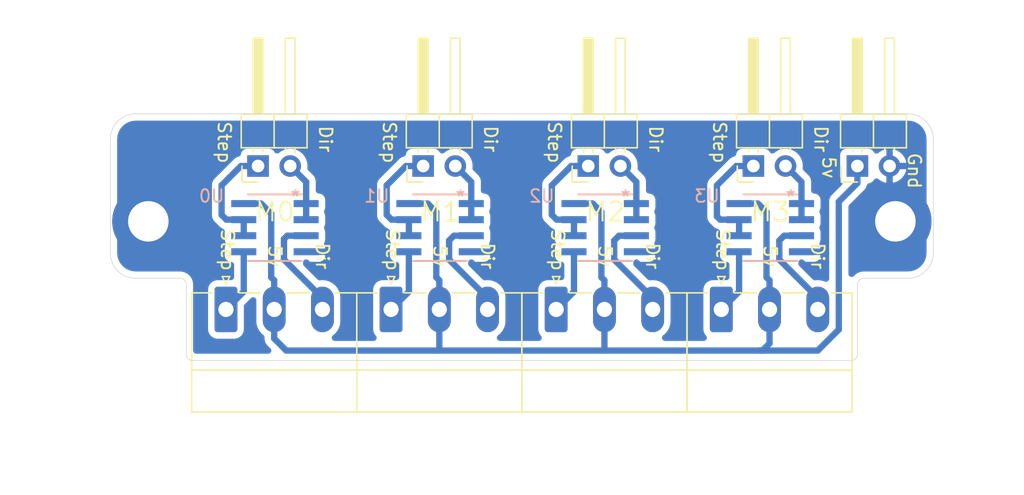
<source format=kicad_pcb>
(kicad_pcb (version 20171130) (host pcbnew "(5.1.2)-1")

  (general
    (thickness 1.6)
    (drawings 53)
    (tracks 97)
    (zones 0)
    (modules 15)
    (nets 19)
  )

  (page A4)
  (layers
    (0 F.Cu signal)
    (31 B.Cu signal)
    (32 B.Adhes user hide)
    (33 F.Adhes user hide)
    (34 B.Paste user hide)
    (35 F.Paste user hide)
    (36 B.SilkS user hide)
    (37 F.SilkS user)
    (38 B.Mask user hide)
    (39 F.Mask user hide)
    (40 Dwgs.User user hide)
    (41 Cmts.User user hide)
    (42 Eco1.User user hide)
    (43 Eco2.User user)
    (44 Edge.Cuts user)
    (45 Margin user hide)
    (46 B.CrtYd user hide)
    (47 F.CrtYd user hide)
    (48 B.Fab user hide)
    (49 F.Fab user hide)
  )

  (setup
    (last_trace_width 0.5)
    (trace_clearance 0.51)
    (zone_clearance 0.51)
    (zone_45_only no)
    (trace_min 0.2)
    (via_size 1.5)
    (via_drill 0.8)
    (via_min_size 0.4)
    (via_min_drill 0.3)
    (uvia_size 0.25)
    (uvia_drill 0.1)
    (uvias_allowed no)
    (uvia_min_size 0.2)
    (uvia_min_drill 0.1)
    (edge_width 0.05)
    (segment_width 0.2)
    (pcb_text_width 0.3)
    (pcb_text_size 1.5 1.5)
    (mod_edge_width 0.12)
    (mod_text_size 1 1)
    (mod_text_width 0.15)
    (pad_size 3.2 3.2)
    (pad_drill 3.2)
    (pad_to_mask_clearance 0.051)
    (solder_mask_min_width 0.25)
    (aux_axis_origin 120 126.5)
    (visible_elements 7FFFFF7F)
    (pcbplotparams
      (layerselection 0x01dfc_ffffffff)
      (usegerberextensions false)
      (usegerberattributes false)
      (usegerberadvancedattributes false)
      (creategerberjobfile false)
      (excludeedgelayer true)
      (linewidth 0.100000)
      (plotframeref false)
      (viasonmask false)
      (mode 1)
      (useauxorigin true)
      (hpglpennumber 1)
      (hpglpenspeed 20)
      (hpglpendiameter 15.000000)
      (psnegative false)
      (psa4output false)
      (plotreference true)
      (plotvalue true)
      (plotinvisibletext false)
      (padsonsilk false)
      (subtractmaskfromsilk false)
      (outputformat 1)
      (mirror false)
      (drillshape 0)
      (scaleselection 1)
      (outputdirectory "Z:/Desktop/Step And Direction Git/PCB Files/gerbers/"))
  )

  (net 0 "")
  (net 1 5v)
  (net 2 GND)
  (net 3 "Net-(SDI1-Pad1)")
  (net 4 "Net-(SDI1-Pad2)")
  (net 5 "Net-(SDI0-Pad2)")
  (net 6 "Net-(SDI0-Pad1)")
  (net 7 "Net-(SDI2-Pad2)")
  (net 8 "Net-(SDI2-Pad1)")
  (net 9 "Net-(SDI3-Pad2)")
  (net 10 "Net-(SDI3-Pad1)")
  (net 11 "Net-(SD0-Pad3)")
  (net 12 "Net-(SD1-Pad3)")
  (net 13 "Net-(SD2-Pad3)")
  (net 14 "Net-(SD3-Pad3)")
  (net 15 "Net-(SD0-Pad1)")
  (net 16 "Net-(SD1-Pad1)")
  (net 17 "Net-(SD2-Pad1)")
  (net 18 "Net-(SD3-Pad1)")

  (net_class Default "This is the default net class."
    (clearance 0.51)
    (trace_width 0.5)
    (via_dia 1.5)
    (via_drill 0.8)
    (uvia_dia 0.25)
    (uvia_drill 0.1)
    (add_net 5v)
    (add_net GND)
    (add_net "Net-(SD0-Pad1)")
    (add_net "Net-(SD0-Pad3)")
    (add_net "Net-(SD1-Pad1)")
    (add_net "Net-(SD1-Pad3)")
    (add_net "Net-(SD2-Pad1)")
    (add_net "Net-(SD2-Pad3)")
    (add_net "Net-(SD3-Pad1)")
    (add_net "Net-(SD3-Pad3)")
    (add_net "Net-(SDI0-Pad1)")
    (add_net "Net-(SDI0-Pad2)")
    (add_net "Net-(SDI1-Pad1)")
    (add_net "Net-(SDI1-Pad2)")
    (add_net "Net-(SDI2-Pad1)")
    (add_net "Net-(SDI2-Pad2)")
    (add_net "Net-(SDI3-Pad1)")
    (add_net "Net-(SDI3-Pad2)")
  )

  (module Connector_PinHeader_2.54mm:PinHeader_1x02_P2.54mm_Horizontal (layer F.Cu) (tedit 59FED5CB) (tstamp 5E67ECA8)
    (at 170.783846 111.123964 90)
    (descr "Through hole angled pin header, 1x02, 2.54mm pitch, 6mm pin length, single row")
    (tags "Through hole angled pin header THT 1x02 2.54mm single row")
    (path /5E2BEE96/5E2B6828)
    (fp_text reference SDI3 (at -2.876036 1.216154 180) (layer F.SilkS) hide
      (effects (font (size 1 1) (thickness 0.15)))
    )
    (fp_text value Conn_01x02 (at 4.385 4.81 90) (layer F.Fab)
      (effects (font (size 1 1) (thickness 0.15)))
    )
    (fp_text user %R (at 2.77 1.27) (layer F.Fab)
      (effects (font (size 1 1) (thickness 0.15)))
    )
    (fp_line (start 10.55 -1.8) (end -1.8 -1.8) (layer F.CrtYd) (width 0.05))
    (fp_line (start 10.55 4.35) (end 10.55 -1.8) (layer F.CrtYd) (width 0.05))
    (fp_line (start -1.8 4.35) (end 10.55 4.35) (layer F.CrtYd) (width 0.05))
    (fp_line (start -1.8 -1.8) (end -1.8 4.35) (layer F.CrtYd) (width 0.05))
    (fp_line (start -1.27 -1.27) (end 0 -1.27) (layer F.SilkS) (width 0.12))
    (fp_line (start -1.27 0) (end -1.27 -1.27) (layer F.SilkS) (width 0.12))
    (fp_line (start 1.042929 2.92) (end 1.44 2.92) (layer F.SilkS) (width 0.12))
    (fp_line (start 1.042929 2.16) (end 1.44 2.16) (layer F.SilkS) (width 0.12))
    (fp_line (start 10.1 2.92) (end 4.1 2.92) (layer F.SilkS) (width 0.12))
    (fp_line (start 10.1 2.16) (end 10.1 2.92) (layer F.SilkS) (width 0.12))
    (fp_line (start 4.1 2.16) (end 10.1 2.16) (layer F.SilkS) (width 0.12))
    (fp_line (start 1.44 1.27) (end 4.1 1.27) (layer F.SilkS) (width 0.12))
    (fp_line (start 1.11 0.38) (end 1.44 0.38) (layer F.SilkS) (width 0.12))
    (fp_line (start 1.11 -0.38) (end 1.44 -0.38) (layer F.SilkS) (width 0.12))
    (fp_line (start 4.1 0.28) (end 10.1 0.28) (layer F.SilkS) (width 0.12))
    (fp_line (start 4.1 0.16) (end 10.1 0.16) (layer F.SilkS) (width 0.12))
    (fp_line (start 4.1 0.04) (end 10.1 0.04) (layer F.SilkS) (width 0.12))
    (fp_line (start 4.1 -0.08) (end 10.1 -0.08) (layer F.SilkS) (width 0.12))
    (fp_line (start 4.1 -0.2) (end 10.1 -0.2) (layer F.SilkS) (width 0.12))
    (fp_line (start 4.1 -0.32) (end 10.1 -0.32) (layer F.SilkS) (width 0.12))
    (fp_line (start 10.1 0.38) (end 4.1 0.38) (layer F.SilkS) (width 0.12))
    (fp_line (start 10.1 -0.38) (end 10.1 0.38) (layer F.SilkS) (width 0.12))
    (fp_line (start 4.1 -0.38) (end 10.1 -0.38) (layer F.SilkS) (width 0.12))
    (fp_line (start 4.1 -1.33) (end 1.44 -1.33) (layer F.SilkS) (width 0.12))
    (fp_line (start 4.1 3.87) (end 4.1 -1.33) (layer F.SilkS) (width 0.12))
    (fp_line (start 1.44 3.87) (end 4.1 3.87) (layer F.SilkS) (width 0.12))
    (fp_line (start 1.44 -1.33) (end 1.44 3.87) (layer F.SilkS) (width 0.12))
    (fp_line (start 4.04 2.86) (end 10.04 2.86) (layer F.Fab) (width 0.1))
    (fp_line (start 10.04 2.22) (end 10.04 2.86) (layer F.Fab) (width 0.1))
    (fp_line (start 4.04 2.22) (end 10.04 2.22) (layer F.Fab) (width 0.1))
    (fp_line (start -0.32 2.86) (end 1.5 2.86) (layer F.Fab) (width 0.1))
    (fp_line (start -0.32 2.22) (end -0.32 2.86) (layer F.Fab) (width 0.1))
    (fp_line (start -0.32 2.22) (end 1.5 2.22) (layer F.Fab) (width 0.1))
    (fp_line (start 4.04 0.32) (end 10.04 0.32) (layer F.Fab) (width 0.1))
    (fp_line (start 10.04 -0.32) (end 10.04 0.32) (layer F.Fab) (width 0.1))
    (fp_line (start 4.04 -0.32) (end 10.04 -0.32) (layer F.Fab) (width 0.1))
    (fp_line (start -0.32 0.32) (end 1.5 0.32) (layer F.Fab) (width 0.1))
    (fp_line (start -0.32 -0.32) (end -0.32 0.32) (layer F.Fab) (width 0.1))
    (fp_line (start -0.32 -0.32) (end 1.5 -0.32) (layer F.Fab) (width 0.1))
    (fp_line (start 1.5 -0.635) (end 2.135 -1.27) (layer F.Fab) (width 0.1))
    (fp_line (start 1.5 3.81) (end 1.5 -0.635) (layer F.Fab) (width 0.1))
    (fp_line (start 4.04 3.81) (end 1.5 3.81) (layer F.Fab) (width 0.1))
    (fp_line (start 4.04 -1.27) (end 4.04 3.81) (layer F.Fab) (width 0.1))
    (fp_line (start 2.135 -1.27) (end 4.04 -1.27) (layer F.Fab) (width 0.1))
    (pad 2 thru_hole oval (at 0 2.54 90) (size 1.7 1.7) (drill 1) (layers *.Cu *.Mask)
      (net 9 "Net-(SDI3-Pad2)"))
    (pad 1 thru_hole rect (at 0 0 90) (size 1.7 1.7) (drill 1) (layers *.Cu *.Mask)
      (net 10 "Net-(SDI3-Pad1)"))
    (model ${KISYS3DMOD}/Connector_PinHeader_2.54mm.3dshapes/PinHeader_1x02_P2.54mm_Horizontal.wrl
      (at (xyz 0 0 0))
      (scale (xyz 1 1 1))
      (rotate (xyz 0 0 0))
    )
  )

  (module Connector_PinHeader_2.54mm:PinHeader_1x02_P2.54mm_Horizontal (layer F.Cu) (tedit 59FED5CB) (tstamp 5E67EC8B)
    (at 157.743846 111.123964 90)
    (descr "Through hole angled pin header, 1x02, 2.54mm pitch, 6mm pin length, single row")
    (tags "Through hole angled pin header THT 1x02 2.54mm single row")
    (path /5E2BEDEA/5E2B6828)
    (fp_text reference SDI2 (at -2.876036 1.256154 180) (layer F.SilkS) hide
      (effects (font (size 1 1) (thickness 0.15)))
    )
    (fp_text value Conn_01x02 (at 4.385 4.81 90) (layer F.Fab)
      (effects (font (size 1 1) (thickness 0.15)))
    )
    (fp_text user %R (at 2.77 1.27) (layer F.Fab)
      (effects (font (size 1 1) (thickness 0.15)))
    )
    (fp_line (start 10.55 -1.8) (end -1.8 -1.8) (layer F.CrtYd) (width 0.05))
    (fp_line (start 10.55 4.35) (end 10.55 -1.8) (layer F.CrtYd) (width 0.05))
    (fp_line (start -1.8 4.35) (end 10.55 4.35) (layer F.CrtYd) (width 0.05))
    (fp_line (start -1.8 -1.8) (end -1.8 4.35) (layer F.CrtYd) (width 0.05))
    (fp_line (start -1.27 -1.27) (end 0 -1.27) (layer F.SilkS) (width 0.12))
    (fp_line (start -1.27 0) (end -1.27 -1.27) (layer F.SilkS) (width 0.12))
    (fp_line (start 1.042929 2.92) (end 1.44 2.92) (layer F.SilkS) (width 0.12))
    (fp_line (start 1.042929 2.16) (end 1.44 2.16) (layer F.SilkS) (width 0.12))
    (fp_line (start 10.1 2.92) (end 4.1 2.92) (layer F.SilkS) (width 0.12))
    (fp_line (start 10.1 2.16) (end 10.1 2.92) (layer F.SilkS) (width 0.12))
    (fp_line (start 4.1 2.16) (end 10.1 2.16) (layer F.SilkS) (width 0.12))
    (fp_line (start 1.44 1.27) (end 4.1 1.27) (layer F.SilkS) (width 0.12))
    (fp_line (start 1.11 0.38) (end 1.44 0.38) (layer F.SilkS) (width 0.12))
    (fp_line (start 1.11 -0.38) (end 1.44 -0.38) (layer F.SilkS) (width 0.12))
    (fp_line (start 4.1 0.28) (end 10.1 0.28) (layer F.SilkS) (width 0.12))
    (fp_line (start 4.1 0.16) (end 10.1 0.16) (layer F.SilkS) (width 0.12))
    (fp_line (start 4.1 0.04) (end 10.1 0.04) (layer F.SilkS) (width 0.12))
    (fp_line (start 4.1 -0.08) (end 10.1 -0.08) (layer F.SilkS) (width 0.12))
    (fp_line (start 4.1 -0.2) (end 10.1 -0.2) (layer F.SilkS) (width 0.12))
    (fp_line (start 4.1 -0.32) (end 10.1 -0.32) (layer F.SilkS) (width 0.12))
    (fp_line (start 10.1 0.38) (end 4.1 0.38) (layer F.SilkS) (width 0.12))
    (fp_line (start 10.1 -0.38) (end 10.1 0.38) (layer F.SilkS) (width 0.12))
    (fp_line (start 4.1 -0.38) (end 10.1 -0.38) (layer F.SilkS) (width 0.12))
    (fp_line (start 4.1 -1.33) (end 1.44 -1.33) (layer F.SilkS) (width 0.12))
    (fp_line (start 4.1 3.87) (end 4.1 -1.33) (layer F.SilkS) (width 0.12))
    (fp_line (start 1.44 3.87) (end 4.1 3.87) (layer F.SilkS) (width 0.12))
    (fp_line (start 1.44 -1.33) (end 1.44 3.87) (layer F.SilkS) (width 0.12))
    (fp_line (start 4.04 2.86) (end 10.04 2.86) (layer F.Fab) (width 0.1))
    (fp_line (start 10.04 2.22) (end 10.04 2.86) (layer F.Fab) (width 0.1))
    (fp_line (start 4.04 2.22) (end 10.04 2.22) (layer F.Fab) (width 0.1))
    (fp_line (start -0.32 2.86) (end 1.5 2.86) (layer F.Fab) (width 0.1))
    (fp_line (start -0.32 2.22) (end -0.32 2.86) (layer F.Fab) (width 0.1))
    (fp_line (start -0.32 2.22) (end 1.5 2.22) (layer F.Fab) (width 0.1))
    (fp_line (start 4.04 0.32) (end 10.04 0.32) (layer F.Fab) (width 0.1))
    (fp_line (start 10.04 -0.32) (end 10.04 0.32) (layer F.Fab) (width 0.1))
    (fp_line (start 4.04 -0.32) (end 10.04 -0.32) (layer F.Fab) (width 0.1))
    (fp_line (start -0.32 0.32) (end 1.5 0.32) (layer F.Fab) (width 0.1))
    (fp_line (start -0.32 -0.32) (end -0.32 0.32) (layer F.Fab) (width 0.1))
    (fp_line (start -0.32 -0.32) (end 1.5 -0.32) (layer F.Fab) (width 0.1))
    (fp_line (start 1.5 -0.635) (end 2.135 -1.27) (layer F.Fab) (width 0.1))
    (fp_line (start 1.5 3.81) (end 1.5 -0.635) (layer F.Fab) (width 0.1))
    (fp_line (start 4.04 3.81) (end 1.5 3.81) (layer F.Fab) (width 0.1))
    (fp_line (start 4.04 -1.27) (end 4.04 3.81) (layer F.Fab) (width 0.1))
    (fp_line (start 2.135 -1.27) (end 4.04 -1.27) (layer F.Fab) (width 0.1))
    (pad 2 thru_hole oval (at 0 2.54 90) (size 1.7 1.7) (drill 1) (layers *.Cu *.Mask)
      (net 7 "Net-(SDI2-Pad2)"))
    (pad 1 thru_hole rect (at 0 0 90) (size 1.7 1.7) (drill 1) (layers *.Cu *.Mask)
      (net 8 "Net-(SDI2-Pad1)"))
    (model ${KISYS3DMOD}/Connector_PinHeader_2.54mm.3dshapes/PinHeader_1x02_P2.54mm_Horizontal.wrl
      (at (xyz 0 0 0))
      (scale (xyz 1 1 1))
      (rotate (xyz 0 0 0))
    )
  )

  (module Connector_PinHeader_2.54mm:PinHeader_1x02_P2.54mm_Horizontal (layer F.Cu) (tedit 59FED5CB) (tstamp 5E67EC6E)
    (at 144.703846 111.123964 90)
    (descr "Through hole angled pin header, 1x02, 2.54mm pitch, 6mm pin length, single row")
    (tags "Through hole angled pin header THT 1x02 2.54mm single row")
    (path /5E2BED6F/5E2B6828)
    (fp_text reference SDI1 (at -2.876036 1.296154 180) (layer F.SilkS) hide
      (effects (font (size 1 1) (thickness 0.15)))
    )
    (fp_text value Conn_01x02 (at 4.385 4.81 90) (layer F.Fab)
      (effects (font (size 1 1) (thickness 0.15)))
    )
    (fp_text user %R (at 2.77 1.27) (layer F.Fab)
      (effects (font (size 1 1) (thickness 0.15)))
    )
    (fp_line (start 10.55 -1.8) (end -1.8 -1.8) (layer F.CrtYd) (width 0.05))
    (fp_line (start 10.55 4.35) (end 10.55 -1.8) (layer F.CrtYd) (width 0.05))
    (fp_line (start -1.8 4.35) (end 10.55 4.35) (layer F.CrtYd) (width 0.05))
    (fp_line (start -1.8 -1.8) (end -1.8 4.35) (layer F.CrtYd) (width 0.05))
    (fp_line (start -1.27 -1.27) (end 0 -1.27) (layer F.SilkS) (width 0.12))
    (fp_line (start -1.27 0) (end -1.27 -1.27) (layer F.SilkS) (width 0.12))
    (fp_line (start 1.042929 2.92) (end 1.44 2.92) (layer F.SilkS) (width 0.12))
    (fp_line (start 1.042929 2.16) (end 1.44 2.16) (layer F.SilkS) (width 0.12))
    (fp_line (start 10.1 2.92) (end 4.1 2.92) (layer F.SilkS) (width 0.12))
    (fp_line (start 10.1 2.16) (end 10.1 2.92) (layer F.SilkS) (width 0.12))
    (fp_line (start 4.1 2.16) (end 10.1 2.16) (layer F.SilkS) (width 0.12))
    (fp_line (start 1.44 1.27) (end 4.1 1.27) (layer F.SilkS) (width 0.12))
    (fp_line (start 1.11 0.38) (end 1.44 0.38) (layer F.SilkS) (width 0.12))
    (fp_line (start 1.11 -0.38) (end 1.44 -0.38) (layer F.SilkS) (width 0.12))
    (fp_line (start 4.1 0.28) (end 10.1 0.28) (layer F.SilkS) (width 0.12))
    (fp_line (start 4.1 0.16) (end 10.1 0.16) (layer F.SilkS) (width 0.12))
    (fp_line (start 4.1 0.04) (end 10.1 0.04) (layer F.SilkS) (width 0.12))
    (fp_line (start 4.1 -0.08) (end 10.1 -0.08) (layer F.SilkS) (width 0.12))
    (fp_line (start 4.1 -0.2) (end 10.1 -0.2) (layer F.SilkS) (width 0.12))
    (fp_line (start 4.1 -0.32) (end 10.1 -0.32) (layer F.SilkS) (width 0.12))
    (fp_line (start 10.1 0.38) (end 4.1 0.38) (layer F.SilkS) (width 0.12))
    (fp_line (start 10.1 -0.38) (end 10.1 0.38) (layer F.SilkS) (width 0.12))
    (fp_line (start 4.1 -0.38) (end 10.1 -0.38) (layer F.SilkS) (width 0.12))
    (fp_line (start 4.1 -1.33) (end 1.44 -1.33) (layer F.SilkS) (width 0.12))
    (fp_line (start 4.1 3.87) (end 4.1 -1.33) (layer F.SilkS) (width 0.12))
    (fp_line (start 1.44 3.87) (end 4.1 3.87) (layer F.SilkS) (width 0.12))
    (fp_line (start 1.44 -1.33) (end 1.44 3.87) (layer F.SilkS) (width 0.12))
    (fp_line (start 4.04 2.86) (end 10.04 2.86) (layer F.Fab) (width 0.1))
    (fp_line (start 10.04 2.22) (end 10.04 2.86) (layer F.Fab) (width 0.1))
    (fp_line (start 4.04 2.22) (end 10.04 2.22) (layer F.Fab) (width 0.1))
    (fp_line (start -0.32 2.86) (end 1.5 2.86) (layer F.Fab) (width 0.1))
    (fp_line (start -0.32 2.22) (end -0.32 2.86) (layer F.Fab) (width 0.1))
    (fp_line (start -0.32 2.22) (end 1.5 2.22) (layer F.Fab) (width 0.1))
    (fp_line (start 4.04 0.32) (end 10.04 0.32) (layer F.Fab) (width 0.1))
    (fp_line (start 10.04 -0.32) (end 10.04 0.32) (layer F.Fab) (width 0.1))
    (fp_line (start 4.04 -0.32) (end 10.04 -0.32) (layer F.Fab) (width 0.1))
    (fp_line (start -0.32 0.32) (end 1.5 0.32) (layer F.Fab) (width 0.1))
    (fp_line (start -0.32 -0.32) (end -0.32 0.32) (layer F.Fab) (width 0.1))
    (fp_line (start -0.32 -0.32) (end 1.5 -0.32) (layer F.Fab) (width 0.1))
    (fp_line (start 1.5 -0.635) (end 2.135 -1.27) (layer F.Fab) (width 0.1))
    (fp_line (start 1.5 3.81) (end 1.5 -0.635) (layer F.Fab) (width 0.1))
    (fp_line (start 4.04 3.81) (end 1.5 3.81) (layer F.Fab) (width 0.1))
    (fp_line (start 4.04 -1.27) (end 4.04 3.81) (layer F.Fab) (width 0.1))
    (fp_line (start 2.135 -1.27) (end 4.04 -1.27) (layer F.Fab) (width 0.1))
    (pad 2 thru_hole oval (at 0 2.54 90) (size 1.7 1.7) (drill 1) (layers *.Cu *.Mask)
      (net 4 "Net-(SDI1-Pad2)"))
    (pad 1 thru_hole rect (at 0 0 90) (size 1.7 1.7) (drill 1) (layers *.Cu *.Mask)
      (net 3 "Net-(SDI1-Pad1)"))
    (model ${KISYS3DMOD}/Connector_PinHeader_2.54mm.3dshapes/PinHeader_1x02_P2.54mm_Horizontal.wrl
      (at (xyz 0 0 0))
      (scale (xyz 1 1 1))
      (rotate (xyz 0 0 0))
    )
  )

  (module Connector_PinHeader_2.54mm:PinHeader_1x02_P2.54mm_Horizontal (layer F.Cu) (tedit 59FED5CB) (tstamp 5E685E4C)
    (at 131.663846 111.123964 90)
    (descr "Through hole angled pin header, 1x02, 2.54mm pitch, 6mm pin length, single row")
    (tags "Through hole angled pin header THT 1x02 2.54mm single row")
    (path /5E29E27E/5E2B6828)
    (fp_text reference SDI0 (at -2.876036 1.336154 180) (layer F.SilkS) hide
      (effects (font (size 1 1) (thickness 0.15)))
    )
    (fp_text value Conn_01x02 (at 4.385 4.81 90) (layer F.Fab)
      (effects (font (size 1 1) (thickness 0.15)))
    )
    (fp_text user %R (at 2.77 1.27) (layer F.Fab)
      (effects (font (size 1 1) (thickness 0.15)))
    )
    (fp_line (start 10.55 -1.8) (end -1.8 -1.8) (layer F.CrtYd) (width 0.05))
    (fp_line (start 10.55 4.35) (end 10.55 -1.8) (layer F.CrtYd) (width 0.05))
    (fp_line (start -1.8 4.35) (end 10.55 4.35) (layer F.CrtYd) (width 0.05))
    (fp_line (start -1.8 -1.8) (end -1.8 4.35) (layer F.CrtYd) (width 0.05))
    (fp_line (start -1.27 -1.27) (end 0 -1.27) (layer F.SilkS) (width 0.12))
    (fp_line (start -1.27 0) (end -1.27 -1.27) (layer F.SilkS) (width 0.12))
    (fp_line (start 1.042929 2.92) (end 1.44 2.92) (layer F.SilkS) (width 0.12))
    (fp_line (start 1.042929 2.16) (end 1.44 2.16) (layer F.SilkS) (width 0.12))
    (fp_line (start 10.1 2.92) (end 4.1 2.92) (layer F.SilkS) (width 0.12))
    (fp_line (start 10.1 2.16) (end 10.1 2.92) (layer F.SilkS) (width 0.12))
    (fp_line (start 4.1 2.16) (end 10.1 2.16) (layer F.SilkS) (width 0.12))
    (fp_line (start 1.44 1.27) (end 4.1 1.27) (layer F.SilkS) (width 0.12))
    (fp_line (start 1.11 0.38) (end 1.44 0.38) (layer F.SilkS) (width 0.12))
    (fp_line (start 1.11 -0.38) (end 1.44 -0.38) (layer F.SilkS) (width 0.12))
    (fp_line (start 4.1 0.28) (end 10.1 0.28) (layer F.SilkS) (width 0.12))
    (fp_line (start 4.1 0.16) (end 10.1 0.16) (layer F.SilkS) (width 0.12))
    (fp_line (start 4.1 0.04) (end 10.1 0.04) (layer F.SilkS) (width 0.12))
    (fp_line (start 4.1 -0.08) (end 10.1 -0.08) (layer F.SilkS) (width 0.12))
    (fp_line (start 4.1 -0.2) (end 10.1 -0.2) (layer F.SilkS) (width 0.12))
    (fp_line (start 4.1 -0.32) (end 10.1 -0.32) (layer F.SilkS) (width 0.12))
    (fp_line (start 10.1 0.38) (end 4.1 0.38) (layer F.SilkS) (width 0.12))
    (fp_line (start 10.1 -0.38) (end 10.1 0.38) (layer F.SilkS) (width 0.12))
    (fp_line (start 4.1 -0.38) (end 10.1 -0.38) (layer F.SilkS) (width 0.12))
    (fp_line (start 4.1 -1.33) (end 1.44 -1.33) (layer F.SilkS) (width 0.12))
    (fp_line (start 4.1 3.87) (end 4.1 -1.33) (layer F.SilkS) (width 0.12))
    (fp_line (start 1.44 3.87) (end 4.1 3.87) (layer F.SilkS) (width 0.12))
    (fp_line (start 1.44 -1.33) (end 1.44 3.87) (layer F.SilkS) (width 0.12))
    (fp_line (start 4.04 2.86) (end 10.04 2.86) (layer F.Fab) (width 0.1))
    (fp_line (start 10.04 2.22) (end 10.04 2.86) (layer F.Fab) (width 0.1))
    (fp_line (start 4.04 2.22) (end 10.04 2.22) (layer F.Fab) (width 0.1))
    (fp_line (start -0.32 2.86) (end 1.5 2.86) (layer F.Fab) (width 0.1))
    (fp_line (start -0.32 2.22) (end -0.32 2.86) (layer F.Fab) (width 0.1))
    (fp_line (start -0.32 2.22) (end 1.5 2.22) (layer F.Fab) (width 0.1))
    (fp_line (start 4.04 0.32) (end 10.04 0.32) (layer F.Fab) (width 0.1))
    (fp_line (start 10.04 -0.32) (end 10.04 0.32) (layer F.Fab) (width 0.1))
    (fp_line (start 4.04 -0.32) (end 10.04 -0.32) (layer F.Fab) (width 0.1))
    (fp_line (start -0.32 0.32) (end 1.5 0.32) (layer F.Fab) (width 0.1))
    (fp_line (start -0.32 -0.32) (end -0.32 0.32) (layer F.Fab) (width 0.1))
    (fp_line (start -0.32 -0.32) (end 1.5 -0.32) (layer F.Fab) (width 0.1))
    (fp_line (start 1.5 -0.635) (end 2.135 -1.27) (layer F.Fab) (width 0.1))
    (fp_line (start 1.5 3.81) (end 1.5 -0.635) (layer F.Fab) (width 0.1))
    (fp_line (start 4.04 3.81) (end 1.5 3.81) (layer F.Fab) (width 0.1))
    (fp_line (start 4.04 -1.27) (end 4.04 3.81) (layer F.Fab) (width 0.1))
    (fp_line (start 2.135 -1.27) (end 4.04 -1.27) (layer F.Fab) (width 0.1))
    (pad 2 thru_hole oval (at 0 2.54 90) (size 1.7 1.7) (drill 1) (layers *.Cu *.Mask)
      (net 5 "Net-(SDI0-Pad2)"))
    (pad 1 thru_hole rect (at 0 0 90) (size 1.7 1.7) (drill 1) (layers *.Cu *.Mask)
      (net 6 "Net-(SDI0-Pad1)"))
    (model ${KISYS3DMOD}/Connector_PinHeader_2.54mm.3dshapes/PinHeader_1x02_P2.54mm_Horizontal.wrl
      (at (xyz 0 0 0))
      (scale (xyz 1 1 1))
      (rotate (xyz 0 0 0))
    )
  )

  (module Connector_PinHeader_2.54mm:PinHeader_1x02_P2.54mm_Horizontal (layer F.Cu) (tedit 59FED5CB) (tstamp 5E67EB9C)
    (at 179 111.123964 90)
    (descr "Through hole angled pin header, 1x02, 2.54mm pitch, 6mm pin length, single row")
    (tags "Through hole angled pin header THT 1x02 2.54mm single row")
    (path /5E611C9B)
    (fp_text reference J0 (at -2.876036 -1 180) (layer F.SilkS) hide
      (effects (font (size 1 1) (thickness 0.15)))
    )
    (fp_text value Conn_01x02 (at 4.385 4.81 90) (layer F.Fab)
      (effects (font (size 1 1) (thickness 0.15)))
    )
    (fp_text user %R (at 2.77 1.27) (layer F.Fab)
      (effects (font (size 1 1) (thickness 0.15)))
    )
    (fp_line (start 10.55 -1.8) (end -1.8 -1.8) (layer F.CrtYd) (width 0.05))
    (fp_line (start 10.55 4.35) (end 10.55 -1.8) (layer F.CrtYd) (width 0.05))
    (fp_line (start -1.8 4.35) (end 10.55 4.35) (layer F.CrtYd) (width 0.05))
    (fp_line (start -1.8 -1.8) (end -1.8 4.35) (layer F.CrtYd) (width 0.05))
    (fp_line (start -1.27 -1.27) (end 0 -1.27) (layer F.SilkS) (width 0.12))
    (fp_line (start -1.27 0) (end -1.27 -1.27) (layer F.SilkS) (width 0.12))
    (fp_line (start 1.042929 2.92) (end 1.44 2.92) (layer F.SilkS) (width 0.12))
    (fp_line (start 1.042929 2.16) (end 1.44 2.16) (layer F.SilkS) (width 0.12))
    (fp_line (start 10.1 2.92) (end 4.1 2.92) (layer F.SilkS) (width 0.12))
    (fp_line (start 10.1 2.16) (end 10.1 2.92) (layer F.SilkS) (width 0.12))
    (fp_line (start 4.1 2.16) (end 10.1 2.16) (layer F.SilkS) (width 0.12))
    (fp_line (start 1.44 1.27) (end 4.1 1.27) (layer F.SilkS) (width 0.12))
    (fp_line (start 1.11 0.38) (end 1.44 0.38) (layer F.SilkS) (width 0.12))
    (fp_line (start 1.11 -0.38) (end 1.44 -0.38) (layer F.SilkS) (width 0.12))
    (fp_line (start 4.1 0.28) (end 10.1 0.28) (layer F.SilkS) (width 0.12))
    (fp_line (start 4.1 0.16) (end 10.1 0.16) (layer F.SilkS) (width 0.12))
    (fp_line (start 4.1 0.04) (end 10.1 0.04) (layer F.SilkS) (width 0.12))
    (fp_line (start 4.1 -0.08) (end 10.1 -0.08) (layer F.SilkS) (width 0.12))
    (fp_line (start 4.1 -0.2) (end 10.1 -0.2) (layer F.SilkS) (width 0.12))
    (fp_line (start 4.1 -0.32) (end 10.1 -0.32) (layer F.SilkS) (width 0.12))
    (fp_line (start 10.1 0.38) (end 4.1 0.38) (layer F.SilkS) (width 0.12))
    (fp_line (start 10.1 -0.38) (end 10.1 0.38) (layer F.SilkS) (width 0.12))
    (fp_line (start 4.1 -0.38) (end 10.1 -0.38) (layer F.SilkS) (width 0.12))
    (fp_line (start 4.1 -1.33) (end 1.44 -1.33) (layer F.SilkS) (width 0.12))
    (fp_line (start 4.1 3.87) (end 4.1 -1.33) (layer F.SilkS) (width 0.12))
    (fp_line (start 1.44 3.87) (end 4.1 3.87) (layer F.SilkS) (width 0.12))
    (fp_line (start 1.44 -1.33) (end 1.44 3.87) (layer F.SilkS) (width 0.12))
    (fp_line (start 4.04 2.86) (end 10.04 2.86) (layer F.Fab) (width 0.1))
    (fp_line (start 10.04 2.22) (end 10.04 2.86) (layer F.Fab) (width 0.1))
    (fp_line (start 4.04 2.22) (end 10.04 2.22) (layer F.Fab) (width 0.1))
    (fp_line (start -0.32 2.86) (end 1.5 2.86) (layer F.Fab) (width 0.1))
    (fp_line (start -0.32 2.22) (end -0.32 2.86) (layer F.Fab) (width 0.1))
    (fp_line (start -0.32 2.22) (end 1.5 2.22) (layer F.Fab) (width 0.1))
    (fp_line (start 4.04 0.32) (end 10.04 0.32) (layer F.Fab) (width 0.1))
    (fp_line (start 10.04 -0.32) (end 10.04 0.32) (layer F.Fab) (width 0.1))
    (fp_line (start 4.04 -0.32) (end 10.04 -0.32) (layer F.Fab) (width 0.1))
    (fp_line (start -0.32 0.32) (end 1.5 0.32) (layer F.Fab) (width 0.1))
    (fp_line (start -0.32 -0.32) (end -0.32 0.32) (layer F.Fab) (width 0.1))
    (fp_line (start -0.32 -0.32) (end 1.5 -0.32) (layer F.Fab) (width 0.1))
    (fp_line (start 1.5 -0.635) (end 2.135 -1.27) (layer F.Fab) (width 0.1))
    (fp_line (start 1.5 3.81) (end 1.5 -0.635) (layer F.Fab) (width 0.1))
    (fp_line (start 4.04 3.81) (end 1.5 3.81) (layer F.Fab) (width 0.1))
    (fp_line (start 4.04 -1.27) (end 4.04 3.81) (layer F.Fab) (width 0.1))
    (fp_line (start 2.135 -1.27) (end 4.04 -1.27) (layer F.Fab) (width 0.1))
    (pad 2 thru_hole oval (at 0 2.54 90) (size 1.7 1.7) (drill 1) (layers *.Cu *.Mask)
      (net 2 GND))
    (pad 1 thru_hole rect (at 0 0 90) (size 1.7 1.7) (drill 1) (layers *.Cu *.Mask)
      (net 1 5v))
    (model ${KISYS3DMOD}/Connector_PinHeader_2.54mm.3dshapes/PinHeader_1x02_P2.54mm_Horizontal.wrl
      (at (xyz 0 0 0))
      (scale (xyz 1 1 1))
      (rotate (xyz 0 0 0))
    )
  )

  (module Connector_Phoenix_MC:PhoenixContact_MC_1,5_3-G-3.81_1x03_P3.81mm_Horizontal (layer F.Cu) (tedit 5B784ED1) (tstamp 5E6800D6)
    (at 168.251055 122.463347)
    (descr "Generic Phoenix Contact connector footprint for: MC_1,5/3-G-3.81; number of pins: 03; pin pitch: 3.81mm; Angled || order number: 1803280 8A 160V")
    (tags "phoenix_contact connector MC_01x03_G_3.81mm")
    (path /5E2BEE96/5E6799B7)
    (fp_text reference SD3 (at 3.81 -3) (layer F.SilkS) hide
      (effects (font (size 1 1) (thickness 0.15)))
    )
    (fp_text value Conn_01x03 (at 3.81 9.2) (layer F.Fab)
      (effects (font (size 1 1) (thickness 0.15)))
    )
    (fp_text user %R (at 3.81 -0.5) (layer F.Fab)
      (effects (font (size 1 1) (thickness 0.15)))
    )
    (fp_line (start 0 0) (end -0.8 -1.2) (layer F.Fab) (width 0.1))
    (fp_line (start 0.8 -1.2) (end 0 0) (layer F.Fab) (width 0.1))
    (fp_line (start -0.3 -2.6) (end 0.3 -2.6) (layer F.SilkS) (width 0.12))
    (fp_line (start 0 -2) (end -0.3 -2.6) (layer F.SilkS) (width 0.12))
    (fp_line (start 0.3 -2.6) (end 0 -2) (layer F.SilkS) (width 0.12))
    (fp_line (start 10.72 -2.3) (end -3.21 -2.3) (layer F.CrtYd) (width 0.05))
    (fp_line (start 10.72 8.5) (end 10.72 -2.3) (layer F.CrtYd) (width 0.05))
    (fp_line (start -3.21 8.5) (end 10.72 8.5) (layer F.CrtYd) (width 0.05))
    (fp_line (start -3.21 -2.3) (end -3.21 8.5) (layer F.CrtYd) (width 0.05))
    (fp_line (start -2.71 4.8) (end 10.33 4.8) (layer F.SilkS) (width 0.12))
    (fp_line (start 10.22 -1.2) (end -2.6 -1.2) (layer F.Fab) (width 0.1))
    (fp_line (start 10.22 8) (end 10.22 -1.2) (layer F.Fab) (width 0.1))
    (fp_line (start -2.6 8) (end 10.22 8) (layer F.Fab) (width 0.1))
    (fp_line (start -2.6 -1.2) (end -2.6 8) (layer F.Fab) (width 0.1))
    (fp_line (start 4.86 -1.31) (end 6.57 -1.31) (layer F.SilkS) (width 0.12))
    (fp_line (start 1.05 -1.31) (end 2.76 -1.31) (layer F.SilkS) (width 0.12))
    (fp_line (start 10.33 -1.31) (end 8.67 -1.31) (layer F.SilkS) (width 0.12))
    (fp_line (start -2.71 -1.31) (end -1.05 -1.31) (layer F.SilkS) (width 0.12))
    (fp_line (start 10.33 8.11) (end 10.33 -1.31) (layer F.SilkS) (width 0.12))
    (fp_line (start -2.71 8.11) (end 10.33 8.11) (layer F.SilkS) (width 0.12))
    (fp_line (start -2.71 -1.31) (end -2.71 8.11) (layer F.SilkS) (width 0.12))
    (pad 3 thru_hole oval (at 7.62 0) (size 1.8 3.6) (drill 1.2) (layers *.Cu *.Mask)
      (net 14 "Net-(SD3-Pad3)"))
    (pad 2 thru_hole oval (at 3.81 0) (size 1.8 3.6) (drill 1.2) (layers *.Cu *.Mask)
      (net 1 5v))
    (pad 1 thru_hole roundrect (at 0 0) (size 1.8 3.6) (drill 1.2) (layers *.Cu *.Mask) (roundrect_rratio 0.138889)
      (net 18 "Net-(SD3-Pad1)"))
    (model ${KISYS3DMOD}/Connector_Phoenix_MC.3dshapes/PhoenixContact_MC_1,5_3-G-3.81_1x03_P3.81mm_Horizontal.wrl
      (at (xyz 0 0 0))
      (scale (xyz 1 1 1))
      (rotate (xyz 0 0 0))
    )
  )

  (module Connector_Phoenix_MC:PhoenixContact_MC_1,5_3-G-3.81_1x03_P3.81mm_Horizontal (layer F.Cu) (tedit 5B784ED1) (tstamp 5E68012A)
    (at 155.211055 122.463347)
    (descr "Generic Phoenix Contact connector footprint for: MC_1,5/3-G-3.81; number of pins: 03; pin pitch: 3.81mm; Angled || order number: 1803280 8A 160V")
    (tags "phoenix_contact connector MC_01x03_G_3.81mm")
    (path /5E2BEDEA/5E6799B7)
    (fp_text reference SD2 (at 3.81 -3) (layer F.SilkS) hide
      (effects (font (size 1 1) (thickness 0.15)))
    )
    (fp_text value Conn_01x03 (at 3.81 9.2) (layer F.Fab)
      (effects (font (size 1 1) (thickness 0.15)))
    )
    (fp_text user %R (at 3.81 -0.5) (layer F.Fab)
      (effects (font (size 1 1) (thickness 0.15)))
    )
    (fp_line (start 0 0) (end -0.8 -1.2) (layer F.Fab) (width 0.1))
    (fp_line (start 0.8 -1.2) (end 0 0) (layer F.Fab) (width 0.1))
    (fp_line (start -0.3 -2.6) (end 0.3 -2.6) (layer F.SilkS) (width 0.12))
    (fp_line (start 0 -2) (end -0.3 -2.6) (layer F.SilkS) (width 0.12))
    (fp_line (start 0.3 -2.6) (end 0 -2) (layer F.SilkS) (width 0.12))
    (fp_line (start 10.72 -2.3) (end -3.21 -2.3) (layer F.CrtYd) (width 0.05))
    (fp_line (start 10.72 8.5) (end 10.72 -2.3) (layer F.CrtYd) (width 0.05))
    (fp_line (start -3.21 8.5) (end 10.72 8.5) (layer F.CrtYd) (width 0.05))
    (fp_line (start -3.21 -2.3) (end -3.21 8.5) (layer F.CrtYd) (width 0.05))
    (fp_line (start -2.71 4.8) (end 10.33 4.8) (layer F.SilkS) (width 0.12))
    (fp_line (start 10.22 -1.2) (end -2.6 -1.2) (layer F.Fab) (width 0.1))
    (fp_line (start 10.22 8) (end 10.22 -1.2) (layer F.Fab) (width 0.1))
    (fp_line (start -2.6 8) (end 10.22 8) (layer F.Fab) (width 0.1))
    (fp_line (start -2.6 -1.2) (end -2.6 8) (layer F.Fab) (width 0.1))
    (fp_line (start 4.86 -1.31) (end 6.57 -1.31) (layer F.SilkS) (width 0.12))
    (fp_line (start 1.05 -1.31) (end 2.76 -1.31) (layer F.SilkS) (width 0.12))
    (fp_line (start 10.33 -1.31) (end 8.67 -1.31) (layer F.SilkS) (width 0.12))
    (fp_line (start -2.71 -1.31) (end -1.05 -1.31) (layer F.SilkS) (width 0.12))
    (fp_line (start 10.33 8.11) (end 10.33 -1.31) (layer F.SilkS) (width 0.12))
    (fp_line (start -2.71 8.11) (end 10.33 8.11) (layer F.SilkS) (width 0.12))
    (fp_line (start -2.71 -1.31) (end -2.71 8.11) (layer F.SilkS) (width 0.12))
    (pad 3 thru_hole oval (at 7.62 0) (size 1.8 3.6) (drill 1.2) (layers *.Cu *.Mask)
      (net 13 "Net-(SD2-Pad3)"))
    (pad 2 thru_hole oval (at 3.81 0) (size 1.8 3.6) (drill 1.2) (layers *.Cu *.Mask)
      (net 1 5v))
    (pad 1 thru_hole roundrect (at 0 0) (size 1.8 3.6) (drill 1.2) (layers *.Cu *.Mask) (roundrect_rratio 0.138889)
      (net 17 "Net-(SD2-Pad1)"))
    (model ${KISYS3DMOD}/Connector_Phoenix_MC.3dshapes/PhoenixContact_MC_1,5_3-G-3.81_1x03_P3.81mm_Horizontal.wrl
      (at (xyz 0 0 0))
      (scale (xyz 1 1 1))
      (rotate (xyz 0 0 0))
    )
  )

  (module Connector_Phoenix_MC:PhoenixContact_MC_1,5_3-G-3.81_1x03_P3.81mm_Horizontal (layer F.Cu) (tedit 5B784ED1) (tstamp 5E68017E)
    (at 142.171055 122.463347)
    (descr "Generic Phoenix Contact connector footprint for: MC_1,5/3-G-3.81; number of pins: 03; pin pitch: 3.81mm; Angled || order number: 1803280 8A 160V")
    (tags "phoenix_contact connector MC_01x03_G_3.81mm")
    (path /5E2BED6F/5E6799B7)
    (fp_text reference SD1 (at 3.81 -3) (layer F.SilkS) hide
      (effects (font (size 1 1) (thickness 0.15)))
    )
    (fp_text value Conn_01x03 (at 3.81 9.2) (layer F.Fab)
      (effects (font (size 1 1) (thickness 0.15)))
    )
    (fp_text user %R (at 3.81 -0.5) (layer F.Fab)
      (effects (font (size 1 1) (thickness 0.15)))
    )
    (fp_line (start 0 0) (end -0.8 -1.2) (layer F.Fab) (width 0.1))
    (fp_line (start 0.8 -1.2) (end 0 0) (layer F.Fab) (width 0.1))
    (fp_line (start -0.3 -2.6) (end 0.3 -2.6) (layer F.SilkS) (width 0.12))
    (fp_line (start 0 -2) (end -0.3 -2.6) (layer F.SilkS) (width 0.12))
    (fp_line (start 0.3 -2.6) (end 0 -2) (layer F.SilkS) (width 0.12))
    (fp_line (start 10.72 -2.3) (end -3.21 -2.3) (layer F.CrtYd) (width 0.05))
    (fp_line (start 10.72 8.5) (end 10.72 -2.3) (layer F.CrtYd) (width 0.05))
    (fp_line (start -3.21 8.5) (end 10.72 8.5) (layer F.CrtYd) (width 0.05))
    (fp_line (start -3.21 -2.3) (end -3.21 8.5) (layer F.CrtYd) (width 0.05))
    (fp_line (start -2.71 4.8) (end 10.33 4.8) (layer F.SilkS) (width 0.12))
    (fp_line (start 10.22 -1.2) (end -2.6 -1.2) (layer F.Fab) (width 0.1))
    (fp_line (start 10.22 8) (end 10.22 -1.2) (layer F.Fab) (width 0.1))
    (fp_line (start -2.6 8) (end 10.22 8) (layer F.Fab) (width 0.1))
    (fp_line (start -2.6 -1.2) (end -2.6 8) (layer F.Fab) (width 0.1))
    (fp_line (start 4.86 -1.31) (end 6.57 -1.31) (layer F.SilkS) (width 0.12))
    (fp_line (start 1.05 -1.31) (end 2.76 -1.31) (layer F.SilkS) (width 0.12))
    (fp_line (start 10.33 -1.31) (end 8.67 -1.31) (layer F.SilkS) (width 0.12))
    (fp_line (start -2.71 -1.31) (end -1.05 -1.31) (layer F.SilkS) (width 0.12))
    (fp_line (start 10.33 8.11) (end 10.33 -1.31) (layer F.SilkS) (width 0.12))
    (fp_line (start -2.71 8.11) (end 10.33 8.11) (layer F.SilkS) (width 0.12))
    (fp_line (start -2.71 -1.31) (end -2.71 8.11) (layer F.SilkS) (width 0.12))
    (pad 3 thru_hole oval (at 7.62 0) (size 1.8 3.6) (drill 1.2) (layers *.Cu *.Mask)
      (net 12 "Net-(SD1-Pad3)"))
    (pad 2 thru_hole oval (at 3.81 0) (size 1.8 3.6) (drill 1.2) (layers *.Cu *.Mask)
      (net 1 5v))
    (pad 1 thru_hole roundrect (at 0 0) (size 1.8 3.6) (drill 1.2) (layers *.Cu *.Mask) (roundrect_rratio 0.138889)
      (net 16 "Net-(SD1-Pad1)"))
    (model ${KISYS3DMOD}/Connector_Phoenix_MC.3dshapes/PhoenixContact_MC_1,5_3-G-3.81_1x03_P3.81mm_Horizontal.wrl
      (at (xyz 0 0 0))
      (scale (xyz 1 1 1))
      (rotate (xyz 0 0 0))
    )
  )

  (module Connector_Phoenix_MC:PhoenixContact_MC_1,5_3-G-3.81_1x03_P3.81mm_Horizontal (layer F.Cu) (tedit 5B784ED1) (tstamp 5E680082)
    (at 129.131055 122.463347)
    (descr "Generic Phoenix Contact connector footprint for: MC_1,5/3-G-3.81; number of pins: 03; pin pitch: 3.81mm; Angled || order number: 1803280 8A 160V")
    (tags "phoenix_contact connector MC_01x03_G_3.81mm")
    (path /5E29E27E/5E6799B7)
    (fp_text reference SD0 (at 3.868945 -6.463347) (layer F.SilkS) hide
      (effects (font (size 1 1) (thickness 0.15)))
    )
    (fp_text value Conn_01x03 (at 3.81 9.2) (layer F.Fab)
      (effects (font (size 1 1) (thickness 0.15)))
    )
    (fp_text user %R (at 3.81 -0.5) (layer F.Fab)
      (effects (font (size 1 1) (thickness 0.15)))
    )
    (fp_line (start 0 0) (end -0.8 -1.2) (layer F.Fab) (width 0.1))
    (fp_line (start 0.8 -1.2) (end 0 0) (layer F.Fab) (width 0.1))
    (fp_line (start -0.3 -2.6) (end 0.3 -2.6) (layer F.SilkS) (width 0.12))
    (fp_line (start 0 -2) (end -0.3 -2.6) (layer F.SilkS) (width 0.12))
    (fp_line (start 0.3 -2.6) (end 0 -2) (layer F.SilkS) (width 0.12))
    (fp_line (start 10.72 -2.3) (end -3.21 -2.3) (layer F.CrtYd) (width 0.05))
    (fp_line (start 10.72 8.5) (end 10.72 -2.3) (layer F.CrtYd) (width 0.05))
    (fp_line (start -3.21 8.5) (end 10.72 8.5) (layer F.CrtYd) (width 0.05))
    (fp_line (start -3.21 -2.3) (end -3.21 8.5) (layer F.CrtYd) (width 0.05))
    (fp_line (start -2.71 4.8) (end 10.33 4.8) (layer F.SilkS) (width 0.12))
    (fp_line (start 10.22 -1.2) (end -2.6 -1.2) (layer F.Fab) (width 0.1))
    (fp_line (start 10.22 8) (end 10.22 -1.2) (layer F.Fab) (width 0.1))
    (fp_line (start -2.6 8) (end 10.22 8) (layer F.Fab) (width 0.1))
    (fp_line (start -2.6 -1.2) (end -2.6 8) (layer F.Fab) (width 0.1))
    (fp_line (start 4.86 -1.31) (end 6.57 -1.31) (layer F.SilkS) (width 0.12))
    (fp_line (start 1.05 -1.31) (end 2.76 -1.31) (layer F.SilkS) (width 0.12))
    (fp_line (start 10.33 -1.31) (end 8.67 -1.31) (layer F.SilkS) (width 0.12))
    (fp_line (start -2.71 -1.31) (end -1.05 -1.31) (layer F.SilkS) (width 0.12))
    (fp_line (start 10.33 8.11) (end 10.33 -1.31) (layer F.SilkS) (width 0.12))
    (fp_line (start -2.71 8.11) (end 10.33 8.11) (layer F.SilkS) (width 0.12))
    (fp_line (start -2.71 -1.31) (end -2.71 8.11) (layer F.SilkS) (width 0.12))
    (pad 3 thru_hole oval (at 7.62 0) (size 1.8 3.6) (drill 1.2) (layers *.Cu *.Mask)
      (net 11 "Net-(SD0-Pad3)"))
    (pad 2 thru_hole oval (at 3.81 0) (size 1.8 3.6) (drill 1.2) (layers *.Cu *.Mask)
      (net 1 5v))
    (pad 1 thru_hole roundrect (at 0 0) (size 1.8 3.6) (drill 1.2) (layers *.Cu *.Mask) (roundrect_rratio 0.138889)
      (net 15 "Net-(SD0-Pad1)"))
    (model ${KISYS3DMOD}/Connector_Phoenix_MC.3dshapes/PhoenixContact_MC_1,5_3-G-3.81_1x03_P3.81mm_Horizontal.wrl
      (at (xyz 0 0 0))
      (scale (xyz 1 1 1))
      (rotate (xyz 0 0 0))
    )
  )

  (module footprints:SN75451BDR (layer B.Cu) (tedit 5E67B5E3) (tstamp 5E67EDC8)
    (at 172.12 116 180)
    (path /5E2BEE96/5E613244)
    (fp_text reference U3 (at 5 2.5) (layer B.SilkS)
      (effects (font (size 1 1) (thickness 0.15)) (justify mirror))
    )
    (fp_text value SN75451BDR (at 0 0) (layer B.SilkS) hide
      (effects (font (size 1 1) (thickness 0.15)) (justify mirror))
    )
    (fp_arc (start 0 2.5019) (end 0.3048 2.5019) (angle -180) (layer B.Fab) (width 0.1524))
    (fp_line (start -2.2479 -2.5908) (end -3.7084 -2.5908) (layer B.CrtYd) (width 0.1524))
    (fp_line (start -2.2479 -2.7559) (end -2.2479 -2.5908) (layer B.CrtYd) (width 0.1524))
    (fp_line (start 2.2479 -2.7559) (end -2.2479 -2.7559) (layer B.CrtYd) (width 0.1524))
    (fp_line (start 2.2479 -2.5908) (end 2.2479 -2.7559) (layer B.CrtYd) (width 0.1524))
    (fp_line (start 3.7084 -2.5908) (end 2.2479 -2.5908) (layer B.CrtYd) (width 0.1524))
    (fp_line (start 3.7084 2.5908) (end 3.7084 -2.5908) (layer B.CrtYd) (width 0.1524))
    (fp_line (start 2.2479 2.5908) (end 3.7084 2.5908) (layer B.CrtYd) (width 0.1524))
    (fp_line (start 2.2479 2.7559) (end 2.2479 2.5908) (layer B.CrtYd) (width 0.1524))
    (fp_line (start -2.2479 2.7559) (end 2.2479 2.7559) (layer B.CrtYd) (width 0.1524))
    (fp_line (start -2.2479 2.5908) (end -2.2479 2.7559) (layer B.CrtYd) (width 0.1524))
    (fp_line (start -3.7084 2.5908) (end -2.2479 2.5908) (layer B.CrtYd) (width 0.1524))
    (fp_line (start -3.7084 -2.5908) (end -3.7084 2.5908) (layer B.CrtYd) (width 0.1524))
    (fp_line (start -1.9939 2.5019) (end -1.9939 -2.5019) (layer B.Fab) (width 0.1524))
    (fp_line (start 1.9939 2.5019) (end -1.9939 2.5019) (layer B.Fab) (width 0.1524))
    (fp_line (start 1.9939 -2.5019) (end 1.9939 2.5019) (layer B.Fab) (width 0.1524))
    (fp_line (start -1.9939 -2.5019) (end 1.9939 -2.5019) (layer B.Fab) (width 0.1524))
    (fp_line (start 2.1209 2.6289) (end -2.1209 2.6289) (layer B.SilkS) (width 0.1524))
    (fp_line (start -2.1209 -2.6289) (end 2.1209 -2.6289) (layer B.SilkS) (width 0.1524))
    (fp_line (start 3.0988 2.159) (end 1.9939 2.159) (layer B.Fab) (width 0.1524))
    (fp_line (start 3.0988 1.651) (end 3.0988 2.159) (layer B.Fab) (width 0.1524))
    (fp_line (start 1.9939 1.651) (end 3.0988 1.651) (layer B.Fab) (width 0.1524))
    (fp_line (start 1.9939 2.159) (end 1.9939 1.651) (layer B.Fab) (width 0.1524))
    (fp_line (start 3.0988 0.889) (end 1.9939 0.889) (layer B.Fab) (width 0.1524))
    (fp_line (start 3.0988 0.381) (end 3.0988 0.889) (layer B.Fab) (width 0.1524))
    (fp_line (start 1.9939 0.381) (end 3.0988 0.381) (layer B.Fab) (width 0.1524))
    (fp_line (start 1.9939 0.889) (end 1.9939 0.381) (layer B.Fab) (width 0.1524))
    (fp_line (start 3.0988 -0.381) (end 1.9939 -0.381) (layer B.Fab) (width 0.1524))
    (fp_line (start 3.0988 -0.889) (end 3.0988 -0.381) (layer B.Fab) (width 0.1524))
    (fp_line (start 1.9939 -0.889) (end 3.0988 -0.889) (layer B.Fab) (width 0.1524))
    (fp_line (start 1.9939 -0.381) (end 1.9939 -0.889) (layer B.Fab) (width 0.1524))
    (fp_line (start 3.0988 -1.651) (end 1.9939 -1.651) (layer B.Fab) (width 0.1524))
    (fp_line (start 3.0988 -2.159) (end 3.0988 -1.651) (layer B.Fab) (width 0.1524))
    (fp_line (start 1.9939 -2.159) (end 3.0988 -2.159) (layer B.Fab) (width 0.1524))
    (fp_line (start 1.9939 -1.651) (end 1.9939 -2.159) (layer B.Fab) (width 0.1524))
    (fp_line (start -3.0988 -2.159) (end -1.9939 -2.159) (layer B.Fab) (width 0.1524))
    (fp_line (start -3.0988 -1.651) (end -3.0988 -2.159) (layer B.Fab) (width 0.1524))
    (fp_line (start -1.9939 -1.651) (end -3.0988 -1.651) (layer B.Fab) (width 0.1524))
    (fp_line (start -1.9939 -2.159) (end -1.9939 -1.651) (layer B.Fab) (width 0.1524))
    (fp_line (start -3.0988 -0.889) (end -1.9939 -0.889) (layer B.Fab) (width 0.1524))
    (fp_line (start -3.0988 -0.381) (end -3.0988 -0.889) (layer B.Fab) (width 0.1524))
    (fp_line (start -1.9939 -0.381) (end -3.0988 -0.381) (layer B.Fab) (width 0.1524))
    (fp_line (start -1.9939 -0.889) (end -1.9939 -0.381) (layer B.Fab) (width 0.1524))
    (fp_line (start -3.0988 0.381) (end -1.9939 0.381) (layer B.Fab) (width 0.1524))
    (fp_line (start -3.0988 0.889) (end -3.0988 0.381) (layer B.Fab) (width 0.1524))
    (fp_line (start -1.9939 0.889) (end -3.0988 0.889) (layer B.Fab) (width 0.1524))
    (fp_line (start -1.9939 0.381) (end -1.9939 0.889) (layer B.Fab) (width 0.1524))
    (fp_line (start -3.0988 1.651) (end -1.9939 1.651) (layer B.Fab) (width 0.1524))
    (fp_line (start -3.0988 2.159) (end -3.0988 1.651) (layer B.Fab) (width 0.1524))
    (fp_line (start -1.9939 2.159) (end -3.0988 2.159) (layer B.Fab) (width 0.1524))
    (fp_line (start -1.9939 1.651) (end -1.9939 2.159) (layer B.Fab) (width 0.1524))
    (fp_text user * (at -1.6129 2.4257) (layer B.SilkS)
      (effects (font (size 1 1) (thickness 0.15)) (justify mirror))
    )
    (fp_text user * (at -1.6129 2.4257) (layer B.Fab)
      (effects (font (size 1 1) (thickness 0.15)) (justify mirror))
    )
    (fp_text user 0.078in/1.981mm (at -2.4638 -4.9149) (layer Dwgs.User)
      (effects (font (size 1 1) (thickness 0.15)))
    )
    (fp_text user 0.194in/4.928mm (at 0 4.9149) (layer Dwgs.User)
      (effects (font (size 1 1) (thickness 0.15)))
    )
    (fp_text user 0.022in/0.559mm (at 5.5118 1.905) (layer Dwgs.User)
      (effects (font (size 1 1) (thickness 0.15)))
    )
    (fp_text user 0.05in/1.27mm (at -5.5118 1.27) (layer Dwgs.User)
      (effects (font (size 1 1) (thickness 0.15)))
    )
    (fp_text user * (at -1.6129 2.4257) (layer B.Fab)
      (effects (font (size 1 1) (thickness 0.15)) (justify mirror))
    )
    (fp_text user * (at -1.6129 2.4257) (layer B.SilkS)
      (effects (font (size 1 1) (thickness 0.15)) (justify mirror))
    )
    (fp_text user "Copyright 2016 Accelerated Designs. All rights reserved." (at 0 0) (layer Cmts.User)
      (effects (font (size 0.127 0.127) (thickness 0.002)))
    )
    (pad 8 smd rect (at 2.4638 1.905 180) (size 1.9812 0.5588) (layers B.Cu B.Paste B.Mask)
      (net 1 5v))
    (pad 7 smd rect (at 2.4638 0.635 180) (size 1.9812 0.5588) (layers B.Cu B.Paste B.Mask)
      (net 10 "Net-(SDI3-Pad1)"))
    (pad 6 smd rect (at 2.4638 -0.635 180) (size 1.9812 0.5588) (layers B.Cu B.Paste B.Mask)
      (net 10 "Net-(SDI3-Pad1)"))
    (pad 5 smd rect (at 2.4638 -1.905 180) (size 1.9812 0.5588) (layers B.Cu B.Paste B.Mask)
      (net 18 "Net-(SD3-Pad1)"))
    (pad 4 smd rect (at -2.4638 -1.905 180) (size 1.9812 0.5588) (layers B.Cu B.Paste B.Mask)
      (net 2 GND))
    (pad 3 smd rect (at -2.4638 -0.635 180) (size 1.9812 0.5588) (layers B.Cu B.Paste B.Mask)
      (net 14 "Net-(SD3-Pad3)"))
    (pad 2 smd rect (at -2.4638 0.635 180) (size 1.9812 0.5588) (layers B.Cu B.Paste B.Mask)
      (net 9 "Net-(SDI3-Pad2)"))
    (pad 1 smd rect (at -2.4638 1.905 180) (size 1.9812 0.5588) (layers B.Cu B.Paste B.Mask)
      (net 9 "Net-(SDI3-Pad2)"))
    (model ${KIPRJMOD}/footprints/D8-L.step
      (at (xyz 0 0 0))
      (scale (xyz 1 1 1))
      (rotate (xyz 0 0 0))
    )
  )

  (module footprints:SN75451BDR (layer B.Cu) (tedit 5E67B5E3) (tstamp 5E67ED80)
    (at 159.08 116 180)
    (path /5E2BEDEA/5E613244)
    (fp_text reference U2 (at 5 2.5) (layer B.SilkS)
      (effects (font (size 1 1) (thickness 0.15)) (justify mirror))
    )
    (fp_text value SN75451BDR (at 0 0) (layer B.SilkS) hide
      (effects (font (size 1 1) (thickness 0.15)) (justify mirror))
    )
    (fp_arc (start 0 2.5019) (end 0.3048 2.5019) (angle -180) (layer B.Fab) (width 0.1524))
    (fp_line (start -2.2479 -2.5908) (end -3.7084 -2.5908) (layer B.CrtYd) (width 0.1524))
    (fp_line (start -2.2479 -2.7559) (end -2.2479 -2.5908) (layer B.CrtYd) (width 0.1524))
    (fp_line (start 2.2479 -2.7559) (end -2.2479 -2.7559) (layer B.CrtYd) (width 0.1524))
    (fp_line (start 2.2479 -2.5908) (end 2.2479 -2.7559) (layer B.CrtYd) (width 0.1524))
    (fp_line (start 3.7084 -2.5908) (end 2.2479 -2.5908) (layer B.CrtYd) (width 0.1524))
    (fp_line (start 3.7084 2.5908) (end 3.7084 -2.5908) (layer B.CrtYd) (width 0.1524))
    (fp_line (start 2.2479 2.5908) (end 3.7084 2.5908) (layer B.CrtYd) (width 0.1524))
    (fp_line (start 2.2479 2.7559) (end 2.2479 2.5908) (layer B.CrtYd) (width 0.1524))
    (fp_line (start -2.2479 2.7559) (end 2.2479 2.7559) (layer B.CrtYd) (width 0.1524))
    (fp_line (start -2.2479 2.5908) (end -2.2479 2.7559) (layer B.CrtYd) (width 0.1524))
    (fp_line (start -3.7084 2.5908) (end -2.2479 2.5908) (layer B.CrtYd) (width 0.1524))
    (fp_line (start -3.7084 -2.5908) (end -3.7084 2.5908) (layer B.CrtYd) (width 0.1524))
    (fp_line (start -1.9939 2.5019) (end -1.9939 -2.5019) (layer B.Fab) (width 0.1524))
    (fp_line (start 1.9939 2.5019) (end -1.9939 2.5019) (layer B.Fab) (width 0.1524))
    (fp_line (start 1.9939 -2.5019) (end 1.9939 2.5019) (layer B.Fab) (width 0.1524))
    (fp_line (start -1.9939 -2.5019) (end 1.9939 -2.5019) (layer B.Fab) (width 0.1524))
    (fp_line (start 2.1209 2.6289) (end -2.1209 2.6289) (layer B.SilkS) (width 0.1524))
    (fp_line (start -2.1209 -2.6289) (end 2.1209 -2.6289) (layer B.SilkS) (width 0.1524))
    (fp_line (start 3.0988 2.159) (end 1.9939 2.159) (layer B.Fab) (width 0.1524))
    (fp_line (start 3.0988 1.651) (end 3.0988 2.159) (layer B.Fab) (width 0.1524))
    (fp_line (start 1.9939 1.651) (end 3.0988 1.651) (layer B.Fab) (width 0.1524))
    (fp_line (start 1.9939 2.159) (end 1.9939 1.651) (layer B.Fab) (width 0.1524))
    (fp_line (start 3.0988 0.889) (end 1.9939 0.889) (layer B.Fab) (width 0.1524))
    (fp_line (start 3.0988 0.381) (end 3.0988 0.889) (layer B.Fab) (width 0.1524))
    (fp_line (start 1.9939 0.381) (end 3.0988 0.381) (layer B.Fab) (width 0.1524))
    (fp_line (start 1.9939 0.889) (end 1.9939 0.381) (layer B.Fab) (width 0.1524))
    (fp_line (start 3.0988 -0.381) (end 1.9939 -0.381) (layer B.Fab) (width 0.1524))
    (fp_line (start 3.0988 -0.889) (end 3.0988 -0.381) (layer B.Fab) (width 0.1524))
    (fp_line (start 1.9939 -0.889) (end 3.0988 -0.889) (layer B.Fab) (width 0.1524))
    (fp_line (start 1.9939 -0.381) (end 1.9939 -0.889) (layer B.Fab) (width 0.1524))
    (fp_line (start 3.0988 -1.651) (end 1.9939 -1.651) (layer B.Fab) (width 0.1524))
    (fp_line (start 3.0988 -2.159) (end 3.0988 -1.651) (layer B.Fab) (width 0.1524))
    (fp_line (start 1.9939 -2.159) (end 3.0988 -2.159) (layer B.Fab) (width 0.1524))
    (fp_line (start 1.9939 -1.651) (end 1.9939 -2.159) (layer B.Fab) (width 0.1524))
    (fp_line (start -3.0988 -2.159) (end -1.9939 -2.159) (layer B.Fab) (width 0.1524))
    (fp_line (start -3.0988 -1.651) (end -3.0988 -2.159) (layer B.Fab) (width 0.1524))
    (fp_line (start -1.9939 -1.651) (end -3.0988 -1.651) (layer B.Fab) (width 0.1524))
    (fp_line (start -1.9939 -2.159) (end -1.9939 -1.651) (layer B.Fab) (width 0.1524))
    (fp_line (start -3.0988 -0.889) (end -1.9939 -0.889) (layer B.Fab) (width 0.1524))
    (fp_line (start -3.0988 -0.381) (end -3.0988 -0.889) (layer B.Fab) (width 0.1524))
    (fp_line (start -1.9939 -0.381) (end -3.0988 -0.381) (layer B.Fab) (width 0.1524))
    (fp_line (start -1.9939 -0.889) (end -1.9939 -0.381) (layer B.Fab) (width 0.1524))
    (fp_line (start -3.0988 0.381) (end -1.9939 0.381) (layer B.Fab) (width 0.1524))
    (fp_line (start -3.0988 0.889) (end -3.0988 0.381) (layer B.Fab) (width 0.1524))
    (fp_line (start -1.9939 0.889) (end -3.0988 0.889) (layer B.Fab) (width 0.1524))
    (fp_line (start -1.9939 0.381) (end -1.9939 0.889) (layer B.Fab) (width 0.1524))
    (fp_line (start -3.0988 1.651) (end -1.9939 1.651) (layer B.Fab) (width 0.1524))
    (fp_line (start -3.0988 2.159) (end -3.0988 1.651) (layer B.Fab) (width 0.1524))
    (fp_line (start -1.9939 2.159) (end -3.0988 2.159) (layer B.Fab) (width 0.1524))
    (fp_line (start -1.9939 1.651) (end -1.9939 2.159) (layer B.Fab) (width 0.1524))
    (fp_text user * (at -1.6129 2.4257) (layer B.SilkS)
      (effects (font (size 1 1) (thickness 0.15)) (justify mirror))
    )
    (fp_text user * (at -1.6129 2.4257) (layer B.Fab)
      (effects (font (size 1 1) (thickness 0.15)) (justify mirror))
    )
    (fp_text user 0.078in/1.981mm (at -2.4638 -4.9149) (layer Dwgs.User)
      (effects (font (size 1 1) (thickness 0.15)))
    )
    (fp_text user 0.194in/4.928mm (at 0 4.9149) (layer Dwgs.User)
      (effects (font (size 1 1) (thickness 0.15)))
    )
    (fp_text user 0.022in/0.559mm (at 5.5118 1.905) (layer Dwgs.User)
      (effects (font (size 1 1) (thickness 0.15)))
    )
    (fp_text user 0.05in/1.27mm (at -5.5118 1.27) (layer Dwgs.User)
      (effects (font (size 1 1) (thickness 0.15)))
    )
    (fp_text user * (at -1.6129 2.4257) (layer B.Fab)
      (effects (font (size 1 1) (thickness 0.15)) (justify mirror))
    )
    (fp_text user * (at -1.6129 2.4257) (layer B.SilkS)
      (effects (font (size 1 1) (thickness 0.15)) (justify mirror))
    )
    (fp_text user "Copyright 2016 Accelerated Designs. All rights reserved." (at 0 0) (layer Cmts.User)
      (effects (font (size 0.127 0.127) (thickness 0.002)))
    )
    (pad 8 smd rect (at 2.4638 1.905 180) (size 1.9812 0.5588) (layers B.Cu B.Paste B.Mask)
      (net 1 5v))
    (pad 7 smd rect (at 2.4638 0.635 180) (size 1.9812 0.5588) (layers B.Cu B.Paste B.Mask)
      (net 8 "Net-(SDI2-Pad1)"))
    (pad 6 smd rect (at 2.4638 -0.635 180) (size 1.9812 0.5588) (layers B.Cu B.Paste B.Mask)
      (net 8 "Net-(SDI2-Pad1)"))
    (pad 5 smd rect (at 2.4638 -1.905 180) (size 1.9812 0.5588) (layers B.Cu B.Paste B.Mask)
      (net 17 "Net-(SD2-Pad1)"))
    (pad 4 smd rect (at -2.4638 -1.905 180) (size 1.9812 0.5588) (layers B.Cu B.Paste B.Mask)
      (net 2 GND))
    (pad 3 smd rect (at -2.4638 -0.635 180) (size 1.9812 0.5588) (layers B.Cu B.Paste B.Mask)
      (net 13 "Net-(SD2-Pad3)"))
    (pad 2 smd rect (at -2.4638 0.635 180) (size 1.9812 0.5588) (layers B.Cu B.Paste B.Mask)
      (net 7 "Net-(SDI2-Pad2)"))
    (pad 1 smd rect (at -2.4638 1.905 180) (size 1.9812 0.5588) (layers B.Cu B.Paste B.Mask)
      (net 7 "Net-(SDI2-Pad2)"))
    (model ${KIPRJMOD}/footprints/D8-L.step
      (at (xyz 0 0 0))
      (scale (xyz 1 1 1))
      (rotate (xyz 0 0 0))
    )
  )

  (module footprints:SN75451BDR (layer B.Cu) (tedit 5E67B5E3) (tstamp 5E67ED38)
    (at 146.04 116 180)
    (path /5E2BED6F/5E613244)
    (fp_text reference U1 (at 5 2.5) (layer B.SilkS)
      (effects (font (size 1 1) (thickness 0.15)) (justify mirror))
    )
    (fp_text value SN75451BDR (at 0 0) (layer B.SilkS) hide
      (effects (font (size 1 1) (thickness 0.15)) (justify mirror))
    )
    (fp_arc (start 0 2.5019) (end 0.3048 2.5019) (angle -180) (layer B.Fab) (width 0.1524))
    (fp_line (start -2.2479 -2.5908) (end -3.7084 -2.5908) (layer B.CrtYd) (width 0.1524))
    (fp_line (start -2.2479 -2.7559) (end -2.2479 -2.5908) (layer B.CrtYd) (width 0.1524))
    (fp_line (start 2.2479 -2.7559) (end -2.2479 -2.7559) (layer B.CrtYd) (width 0.1524))
    (fp_line (start 2.2479 -2.5908) (end 2.2479 -2.7559) (layer B.CrtYd) (width 0.1524))
    (fp_line (start 3.7084 -2.5908) (end 2.2479 -2.5908) (layer B.CrtYd) (width 0.1524))
    (fp_line (start 3.7084 2.5908) (end 3.7084 -2.5908) (layer B.CrtYd) (width 0.1524))
    (fp_line (start 2.2479 2.5908) (end 3.7084 2.5908) (layer B.CrtYd) (width 0.1524))
    (fp_line (start 2.2479 2.7559) (end 2.2479 2.5908) (layer B.CrtYd) (width 0.1524))
    (fp_line (start -2.2479 2.7559) (end 2.2479 2.7559) (layer B.CrtYd) (width 0.1524))
    (fp_line (start -2.2479 2.5908) (end -2.2479 2.7559) (layer B.CrtYd) (width 0.1524))
    (fp_line (start -3.7084 2.5908) (end -2.2479 2.5908) (layer B.CrtYd) (width 0.1524))
    (fp_line (start -3.7084 -2.5908) (end -3.7084 2.5908) (layer B.CrtYd) (width 0.1524))
    (fp_line (start -1.9939 2.5019) (end -1.9939 -2.5019) (layer B.Fab) (width 0.1524))
    (fp_line (start 1.9939 2.5019) (end -1.9939 2.5019) (layer B.Fab) (width 0.1524))
    (fp_line (start 1.9939 -2.5019) (end 1.9939 2.5019) (layer B.Fab) (width 0.1524))
    (fp_line (start -1.9939 -2.5019) (end 1.9939 -2.5019) (layer B.Fab) (width 0.1524))
    (fp_line (start 2.1209 2.6289) (end -2.1209 2.6289) (layer B.SilkS) (width 0.1524))
    (fp_line (start -2.1209 -2.6289) (end 2.1209 -2.6289) (layer B.SilkS) (width 0.1524))
    (fp_line (start 3.0988 2.159) (end 1.9939 2.159) (layer B.Fab) (width 0.1524))
    (fp_line (start 3.0988 1.651) (end 3.0988 2.159) (layer B.Fab) (width 0.1524))
    (fp_line (start 1.9939 1.651) (end 3.0988 1.651) (layer B.Fab) (width 0.1524))
    (fp_line (start 1.9939 2.159) (end 1.9939 1.651) (layer B.Fab) (width 0.1524))
    (fp_line (start 3.0988 0.889) (end 1.9939 0.889) (layer B.Fab) (width 0.1524))
    (fp_line (start 3.0988 0.381) (end 3.0988 0.889) (layer B.Fab) (width 0.1524))
    (fp_line (start 1.9939 0.381) (end 3.0988 0.381) (layer B.Fab) (width 0.1524))
    (fp_line (start 1.9939 0.889) (end 1.9939 0.381) (layer B.Fab) (width 0.1524))
    (fp_line (start 3.0988 -0.381) (end 1.9939 -0.381) (layer B.Fab) (width 0.1524))
    (fp_line (start 3.0988 -0.889) (end 3.0988 -0.381) (layer B.Fab) (width 0.1524))
    (fp_line (start 1.9939 -0.889) (end 3.0988 -0.889) (layer B.Fab) (width 0.1524))
    (fp_line (start 1.9939 -0.381) (end 1.9939 -0.889) (layer B.Fab) (width 0.1524))
    (fp_line (start 3.0988 -1.651) (end 1.9939 -1.651) (layer B.Fab) (width 0.1524))
    (fp_line (start 3.0988 -2.159) (end 3.0988 -1.651) (layer B.Fab) (width 0.1524))
    (fp_line (start 1.9939 -2.159) (end 3.0988 -2.159) (layer B.Fab) (width 0.1524))
    (fp_line (start 1.9939 -1.651) (end 1.9939 -2.159) (layer B.Fab) (width 0.1524))
    (fp_line (start -3.0988 -2.159) (end -1.9939 -2.159) (layer B.Fab) (width 0.1524))
    (fp_line (start -3.0988 -1.651) (end -3.0988 -2.159) (layer B.Fab) (width 0.1524))
    (fp_line (start -1.9939 -1.651) (end -3.0988 -1.651) (layer B.Fab) (width 0.1524))
    (fp_line (start -1.9939 -2.159) (end -1.9939 -1.651) (layer B.Fab) (width 0.1524))
    (fp_line (start -3.0988 -0.889) (end -1.9939 -0.889) (layer B.Fab) (width 0.1524))
    (fp_line (start -3.0988 -0.381) (end -3.0988 -0.889) (layer B.Fab) (width 0.1524))
    (fp_line (start -1.9939 -0.381) (end -3.0988 -0.381) (layer B.Fab) (width 0.1524))
    (fp_line (start -1.9939 -0.889) (end -1.9939 -0.381) (layer B.Fab) (width 0.1524))
    (fp_line (start -3.0988 0.381) (end -1.9939 0.381) (layer B.Fab) (width 0.1524))
    (fp_line (start -3.0988 0.889) (end -3.0988 0.381) (layer B.Fab) (width 0.1524))
    (fp_line (start -1.9939 0.889) (end -3.0988 0.889) (layer B.Fab) (width 0.1524))
    (fp_line (start -1.9939 0.381) (end -1.9939 0.889) (layer B.Fab) (width 0.1524))
    (fp_line (start -3.0988 1.651) (end -1.9939 1.651) (layer B.Fab) (width 0.1524))
    (fp_line (start -3.0988 2.159) (end -3.0988 1.651) (layer B.Fab) (width 0.1524))
    (fp_line (start -1.9939 2.159) (end -3.0988 2.159) (layer B.Fab) (width 0.1524))
    (fp_line (start -1.9939 1.651) (end -1.9939 2.159) (layer B.Fab) (width 0.1524))
    (fp_text user * (at -1.6129 2.4257) (layer B.SilkS)
      (effects (font (size 1 1) (thickness 0.15)) (justify mirror))
    )
    (fp_text user * (at -1.6129 2.4257) (layer B.Fab)
      (effects (font (size 1 1) (thickness 0.15)) (justify mirror))
    )
    (fp_text user 0.078in/1.981mm (at -2.4638 -4.9149) (layer Dwgs.User)
      (effects (font (size 1 1) (thickness 0.15)))
    )
    (fp_text user 0.194in/4.928mm (at 0 4.9149) (layer Dwgs.User)
      (effects (font (size 1 1) (thickness 0.15)))
    )
    (fp_text user 0.022in/0.559mm (at 5.5118 1.905) (layer Dwgs.User)
      (effects (font (size 1 1) (thickness 0.15)))
    )
    (fp_text user 0.05in/1.27mm (at -5.5118 1.27) (layer Dwgs.User)
      (effects (font (size 1 1) (thickness 0.15)))
    )
    (fp_text user * (at -1.6129 2.4257) (layer B.Fab)
      (effects (font (size 1 1) (thickness 0.15)) (justify mirror))
    )
    (fp_text user * (at -1.6129 2.4257) (layer B.SilkS)
      (effects (font (size 1 1) (thickness 0.15)) (justify mirror))
    )
    (fp_text user "Copyright 2016 Accelerated Designs. All rights reserved." (at 0 0) (layer Cmts.User)
      (effects (font (size 0.127 0.127) (thickness 0.002)))
    )
    (pad 8 smd rect (at 2.4638 1.905 180) (size 1.9812 0.5588) (layers B.Cu B.Paste B.Mask)
      (net 1 5v))
    (pad 7 smd rect (at 2.4638 0.635 180) (size 1.9812 0.5588) (layers B.Cu B.Paste B.Mask)
      (net 3 "Net-(SDI1-Pad1)"))
    (pad 6 smd rect (at 2.4638 -0.635 180) (size 1.9812 0.5588) (layers B.Cu B.Paste B.Mask)
      (net 3 "Net-(SDI1-Pad1)"))
    (pad 5 smd rect (at 2.4638 -1.905 180) (size 1.9812 0.5588) (layers B.Cu B.Paste B.Mask)
      (net 16 "Net-(SD1-Pad1)"))
    (pad 4 smd rect (at -2.4638 -1.905 180) (size 1.9812 0.5588) (layers B.Cu B.Paste B.Mask)
      (net 2 GND))
    (pad 3 smd rect (at -2.4638 -0.635 180) (size 1.9812 0.5588) (layers B.Cu B.Paste B.Mask)
      (net 12 "Net-(SD1-Pad3)"))
    (pad 2 smd rect (at -2.4638 0.635 180) (size 1.9812 0.5588) (layers B.Cu B.Paste B.Mask)
      (net 4 "Net-(SDI1-Pad2)"))
    (pad 1 smd rect (at -2.4638 1.905 180) (size 1.9812 0.5588) (layers B.Cu B.Paste B.Mask)
      (net 4 "Net-(SDI1-Pad2)"))
    (model ${KIPRJMOD}/footprints/D8-L.step
      (at (xyz 0 0 0))
      (scale (xyz 1 1 1))
      (rotate (xyz 0 0 0))
    )
  )

  (module footprints:SN75451BDR (layer B.Cu) (tedit 5E67B5E3) (tstamp 5E67ECF0)
    (at 133 116 180)
    (path /5E29E27E/5E613244)
    (fp_text reference U0 (at 5 2.5) (layer B.SilkS)
      (effects (font (size 1 1) (thickness 0.15)) (justify mirror))
    )
    (fp_text value SN75451BDR (at 0 0) (layer B.SilkS) hide
      (effects (font (size 1 1) (thickness 0.15)) (justify mirror))
    )
    (fp_arc (start 0 2.5019) (end 0.3048 2.5019) (angle -180) (layer B.Fab) (width 0.1524))
    (fp_line (start -2.2479 -2.5908) (end -3.7084 -2.5908) (layer B.CrtYd) (width 0.1524))
    (fp_line (start -2.2479 -2.7559) (end -2.2479 -2.5908) (layer B.CrtYd) (width 0.1524))
    (fp_line (start 2.2479 -2.7559) (end -2.2479 -2.7559) (layer B.CrtYd) (width 0.1524))
    (fp_line (start 2.2479 -2.5908) (end 2.2479 -2.7559) (layer B.CrtYd) (width 0.1524))
    (fp_line (start 3.7084 -2.5908) (end 2.2479 -2.5908) (layer B.CrtYd) (width 0.1524))
    (fp_line (start 3.7084 2.5908) (end 3.7084 -2.5908) (layer B.CrtYd) (width 0.1524))
    (fp_line (start 2.2479 2.5908) (end 3.7084 2.5908) (layer B.CrtYd) (width 0.1524))
    (fp_line (start 2.2479 2.7559) (end 2.2479 2.5908) (layer B.CrtYd) (width 0.1524))
    (fp_line (start -2.2479 2.7559) (end 2.2479 2.7559) (layer B.CrtYd) (width 0.1524))
    (fp_line (start -2.2479 2.5908) (end -2.2479 2.7559) (layer B.CrtYd) (width 0.1524))
    (fp_line (start -3.7084 2.5908) (end -2.2479 2.5908) (layer B.CrtYd) (width 0.1524))
    (fp_line (start -3.7084 -2.5908) (end -3.7084 2.5908) (layer B.CrtYd) (width 0.1524))
    (fp_line (start -1.9939 2.5019) (end -1.9939 -2.5019) (layer B.Fab) (width 0.1524))
    (fp_line (start 1.9939 2.5019) (end -1.9939 2.5019) (layer B.Fab) (width 0.1524))
    (fp_line (start 1.9939 -2.5019) (end 1.9939 2.5019) (layer B.Fab) (width 0.1524))
    (fp_line (start -1.9939 -2.5019) (end 1.9939 -2.5019) (layer B.Fab) (width 0.1524))
    (fp_line (start 2.1209 2.6289) (end -2.1209 2.6289) (layer B.SilkS) (width 0.1524))
    (fp_line (start -2.1209 -2.6289) (end 2.1209 -2.6289) (layer B.SilkS) (width 0.1524))
    (fp_line (start 3.0988 2.159) (end 1.9939 2.159) (layer B.Fab) (width 0.1524))
    (fp_line (start 3.0988 1.651) (end 3.0988 2.159) (layer B.Fab) (width 0.1524))
    (fp_line (start 1.9939 1.651) (end 3.0988 1.651) (layer B.Fab) (width 0.1524))
    (fp_line (start 1.9939 2.159) (end 1.9939 1.651) (layer B.Fab) (width 0.1524))
    (fp_line (start 3.0988 0.889) (end 1.9939 0.889) (layer B.Fab) (width 0.1524))
    (fp_line (start 3.0988 0.381) (end 3.0988 0.889) (layer B.Fab) (width 0.1524))
    (fp_line (start 1.9939 0.381) (end 3.0988 0.381) (layer B.Fab) (width 0.1524))
    (fp_line (start 1.9939 0.889) (end 1.9939 0.381) (layer B.Fab) (width 0.1524))
    (fp_line (start 3.0988 -0.381) (end 1.9939 -0.381) (layer B.Fab) (width 0.1524))
    (fp_line (start 3.0988 -0.889) (end 3.0988 -0.381) (layer B.Fab) (width 0.1524))
    (fp_line (start 1.9939 -0.889) (end 3.0988 -0.889) (layer B.Fab) (width 0.1524))
    (fp_line (start 1.9939 -0.381) (end 1.9939 -0.889) (layer B.Fab) (width 0.1524))
    (fp_line (start 3.0988 -1.651) (end 1.9939 -1.651) (layer B.Fab) (width 0.1524))
    (fp_line (start 3.0988 -2.159) (end 3.0988 -1.651) (layer B.Fab) (width 0.1524))
    (fp_line (start 1.9939 -2.159) (end 3.0988 -2.159) (layer B.Fab) (width 0.1524))
    (fp_line (start 1.9939 -1.651) (end 1.9939 -2.159) (layer B.Fab) (width 0.1524))
    (fp_line (start -3.0988 -2.159) (end -1.9939 -2.159) (layer B.Fab) (width 0.1524))
    (fp_line (start -3.0988 -1.651) (end -3.0988 -2.159) (layer B.Fab) (width 0.1524))
    (fp_line (start -1.9939 -1.651) (end -3.0988 -1.651) (layer B.Fab) (width 0.1524))
    (fp_line (start -1.9939 -2.159) (end -1.9939 -1.651) (layer B.Fab) (width 0.1524))
    (fp_line (start -3.0988 -0.889) (end -1.9939 -0.889) (layer B.Fab) (width 0.1524))
    (fp_line (start -3.0988 -0.381) (end -3.0988 -0.889) (layer B.Fab) (width 0.1524))
    (fp_line (start -1.9939 -0.381) (end -3.0988 -0.381) (layer B.Fab) (width 0.1524))
    (fp_line (start -1.9939 -0.889) (end -1.9939 -0.381) (layer B.Fab) (width 0.1524))
    (fp_line (start -3.0988 0.381) (end -1.9939 0.381) (layer B.Fab) (width 0.1524))
    (fp_line (start -3.0988 0.889) (end -3.0988 0.381) (layer B.Fab) (width 0.1524))
    (fp_line (start -1.9939 0.889) (end -3.0988 0.889) (layer B.Fab) (width 0.1524))
    (fp_line (start -1.9939 0.381) (end -1.9939 0.889) (layer B.Fab) (width 0.1524))
    (fp_line (start -3.0988 1.651) (end -1.9939 1.651) (layer B.Fab) (width 0.1524))
    (fp_line (start -3.0988 2.159) (end -3.0988 1.651) (layer B.Fab) (width 0.1524))
    (fp_line (start -1.9939 2.159) (end -3.0988 2.159) (layer B.Fab) (width 0.1524))
    (fp_line (start -1.9939 1.651) (end -1.9939 2.159) (layer B.Fab) (width 0.1524))
    (fp_text user * (at -1.6129 2.4257) (layer B.SilkS)
      (effects (font (size 1 1) (thickness 0.15)) (justify mirror))
    )
    (fp_text user * (at -1.6129 2.4257) (layer B.Fab)
      (effects (font (size 1 1) (thickness 0.15)) (justify mirror))
    )
    (fp_text user 0.078in/1.981mm (at -2.4638 -4.9149) (layer Dwgs.User)
      (effects (font (size 1 1) (thickness 0.15)))
    )
    (fp_text user 0.194in/4.928mm (at 0 4.9149) (layer Dwgs.User)
      (effects (font (size 1 1) (thickness 0.15)))
    )
    (fp_text user 0.022in/0.559mm (at 5.5118 1.905) (layer Dwgs.User)
      (effects (font (size 1 1) (thickness 0.15)))
    )
    (fp_text user 0.05in/1.27mm (at -5.5118 1.27) (layer Dwgs.User)
      (effects (font (size 1 1) (thickness 0.15)))
    )
    (fp_text user * (at -1.6129 2.4257) (layer B.Fab)
      (effects (font (size 1 1) (thickness 0.15)) (justify mirror))
    )
    (fp_text user * (at -1.6129 2.4257) (layer B.SilkS)
      (effects (font (size 1 1) (thickness 0.15)) (justify mirror))
    )
    (fp_text user "Copyright 2016 Accelerated Designs. All rights reserved." (at 0 0) (layer Cmts.User)
      (effects (font (size 0.127 0.127) (thickness 0.002)))
    )
    (pad 8 smd rect (at 2.4638 1.905 180) (size 1.9812 0.5588) (layers B.Cu B.Paste B.Mask)
      (net 1 5v))
    (pad 7 smd rect (at 2.4638 0.635 180) (size 1.9812 0.5588) (layers B.Cu B.Paste B.Mask)
      (net 6 "Net-(SDI0-Pad1)"))
    (pad 6 smd rect (at 2.4638 -0.635 180) (size 1.9812 0.5588) (layers B.Cu B.Paste B.Mask)
      (net 6 "Net-(SDI0-Pad1)"))
    (pad 5 smd rect (at 2.4638 -1.905 180) (size 1.9812 0.5588) (layers B.Cu B.Paste B.Mask)
      (net 15 "Net-(SD0-Pad1)"))
    (pad 4 smd rect (at -2.4638 -1.905 180) (size 1.9812 0.5588) (layers B.Cu B.Paste B.Mask)
      (net 2 GND))
    (pad 3 smd rect (at -2.4638 -0.635 180) (size 1.9812 0.5588) (layers B.Cu B.Paste B.Mask)
      (net 11 "Net-(SD0-Pad3)"))
    (pad 2 smd rect (at -2.4638 0.635 180) (size 1.9812 0.5588) (layers B.Cu B.Paste B.Mask)
      (net 5 "Net-(SDI0-Pad2)"))
    (pad 1 smd rect (at -2.4638 1.905 180) (size 1.9812 0.5588) (layers B.Cu B.Paste B.Mask)
      (net 5 "Net-(SDI0-Pad2)"))
    (model ${KIPRJMOD}/footprints/D8-L.step
      (at (xyz 0 0 0))
      (scale (xyz 1 1 1))
      (rotate (xyz 0 0 0))
    )
  )

  (module MountingHole:MountingHole_3.2mm_M3_ISO7380_Pad (layer F.Cu) (tedit 5E67AECF) (tstamp 5E67EB7F)
    (at 182 115.5)
    (descr "Mounting Hole 3.2mm, M3, ISO7380")
    (tags "mounting hole 3.2mm m3 iso7380")
    (path /5E499635)
    (zone_connect 2)
    (attr virtual)
    (fp_text reference H1 (at 0 -3.85) (layer F.SilkS) hide
      (effects (font (size 1 1) (thickness 0.15)))
    )
    (fp_text value MountingHole (at 0 3.85) (layer F.Fab)
      (effects (font (size 1 1) (thickness 0.15)))
    )
    (fp_circle (center 0 0) (end 3.1 0) (layer F.CrtYd) (width 0.05))
    (fp_circle (center 0 0) (end 2.85 0) (layer Cmts.User) (width 0.15))
    (fp_text user %R (at 0.3 0) (layer F.Fab)
      (effects (font (size 1 1) (thickness 0.15)))
    )
    (pad 1 thru_hole circle (at 0 0) (size 5.7 5.7) (drill 3.2) (layers *.Cu *.Mask)
      (net 2 GND) (zone_connect 2))
    (model ${KIPRJMOD}/footprints/PCB-MB-01.stp
      (offset (xyz 0 -4.5 0))
      (scale (xyz 1 1 1))
      (rotate (xyz 180 0 0))
    )
  )

  (module MountingHole:MountingHole_3.2mm_M3_ISO7380_Pad (layer F.Cu) (tedit 5E67AECF) (tstamp 5E67EB77)
    (at 123 115.5)
    (descr "Mounting Hole 3.2mm, M3, ISO7380")
    (tags "mounting hole 3.2mm m3 iso7380")
    (path /5E49851B)
    (zone_connect 2)
    (attr virtual)
    (fp_text reference H0 (at 0 -3.85) (layer F.SilkS) hide
      (effects (font (size 1 1) (thickness 0.15)))
    )
    (fp_text value MountingHole (at 0 3.85) (layer F.Fab)
      (effects (font (size 1 1) (thickness 0.15)))
    )
    (fp_circle (center 0 0) (end 3.1 0) (layer F.CrtYd) (width 0.05))
    (fp_circle (center 0 0) (end 2.85 0) (layer Cmts.User) (width 0.15))
    (fp_text user %R (at 0.3 0) (layer F.Fab)
      (effects (font (size 1 1) (thickness 0.15)))
    )
    (pad 1 thru_hole circle (at 0 0) (size 5.7 5.7) (drill 3.2) (layers *.Cu *.Mask)
      (net 2 GND) (zone_connect 2))
    (model ${KIPRJMOD}/footprints/PCB-MB-01.stp
      (offset (xyz 0 -4.5 0))
      (scale (xyz 1 1 1))
      (rotate (xyz 180 0 0))
    )
  )

  (dimension 11 (width 0.15) (layer Eco2.User)
    (gr_text "11.000 mm" (at 114.95 121 90) (layer Eco2.User)
      (effects (font (size 1 1) (thickness 0.15)))
    )
    (feature1 (pts (xy 123 115.5) (xy 115.663579 115.5)))
    (feature2 (pts (xy 123 126.5) (xy 115.663579 126.5)))
    (crossbar (pts (xy 116.25 126.5) (xy 116.25 115.5)))
    (arrow1a (pts (xy 116.25 115.5) (xy 116.836421 116.626504)))
    (arrow1b (pts (xy 116.25 115.5) (xy 115.663579 116.626504)))
    (arrow2a (pts (xy 116.25 126.5) (xy 116.836421 125.373496)))
    (arrow2b (pts (xy 116.25 126.5) (xy 115.663579 125.373496)))
  )
  (gr_line (start 126.5 126.5) (end 123 126.5) (layer Eco2.User) (width 0.15))
  (dimension 59 (width 0.15) (layer Eco2.User)
    (gr_text "59.000 mm" (at 152.5 134.55) (layer Eco2.User)
      (effects (font (size 1 1) (thickness 0.15)))
    )
    (feature1 (pts (xy 123 117.5) (xy 123 133.836421)))
    (feature2 (pts (xy 182 117.5) (xy 182 133.836421)))
    (crossbar (pts (xy 182 133.25) (xy 123 133.25)))
    (arrow1a (pts (xy 123 133.25) (xy 124.126504 132.663579)))
    (arrow1b (pts (xy 123 133.25) (xy 124.126504 133.836421)))
    (arrow2a (pts (xy 182 133.25) (xy 180.873496 132.663579)))
    (arrow2b (pts (xy 182 133.25) (xy 180.873496 133.836421)))
  )
  (dimension 19.5 (width 0.15) (layer Eco2.User)
    (gr_text "19.500 mm" (at 190.8 116.75 270) (layer Eco2.User)
      (effects (font (size 1 1) (thickness 0.15)))
    )
    (feature1 (pts (xy 183 126.5) (xy 190.086421 126.5)))
    (feature2 (pts (xy 183 107) (xy 190.086421 107)))
    (crossbar (pts (xy 189.5 107) (xy 189.5 126.5)))
    (arrow1a (pts (xy 189.5 126.5) (xy 188.913579 125.373496)))
    (arrow1b (pts (xy 189.5 126.5) (xy 190.086421 125.373496)))
    (arrow2a (pts (xy 189.5 107) (xy 188.913579 108.126504)))
    (arrow2b (pts (xy 189.5 107) (xy 190.086421 108.126504)))
  )
  (dimension 65 (width 0.15) (layer Eco2.User)
    (gr_text "65.000 mm" (at 152.5 137.8) (layer Eco2.User)
      (effects (font (size 1 1) (thickness 0.15)))
    )
    (feature1 (pts (xy 120 109) (xy 120 137.086421)))
    (feature2 (pts (xy 185 109) (xy 185 137.086421)))
    (crossbar (pts (xy 185 136.5) (xy 120 136.5)))
    (arrow1a (pts (xy 120 136.5) (xy 121.126504 135.913579)))
    (arrow1b (pts (xy 120 136.5) (xy 121.126504 137.086421)))
    (arrow2a (pts (xy 185 136.5) (xy 183.873496 135.913579)))
    (arrow2b (pts (xy 185 136.5) (xy 183.873496 137.086421)))
  )
  (gr_text Gnd (at 183.5 111.5 270) (layer F.SilkS) (tstamp 5E685D4F)
    (effects (font (size 1 1) (thickness 0.15)))
  )
  (gr_text 5v (at 176.75 111.25 270) (layer F.SilkS) (tstamp 5E685D4F)
    (effects (font (size 1 1) (thickness 0.15)))
  )
  (gr_text Dir (at 175.87 118.25 270) (layer F.SilkS) (tstamp 5E686056)
    (effects (font (size 1 1) (thickness 0.15)))
  )
  (gr_text Dir (at 162.83 118.25 270) (layer F.SilkS) (tstamp 5E686054)
    (effects (font (size 1 1) (thickness 0.15)))
  )
  (gr_text Dir (at 149.79 118.25 270) (layer F.SilkS) (tstamp 5E686052)
    (effects (font (size 1 1) (thickness 0.15)))
  )
  (gr_text Step (at 168.37 119.5 270) (layer F.SilkS) (tstamp 5E68604F)
    (effects (font (size 1 1) (thickness 0.15)) (justify right))
  )
  (gr_text Step (at 155.33 119.5 270) (layer F.SilkS) (tstamp 5E68604D)
    (effects (font (size 1 1) (thickness 0.15)) (justify right))
  )
  (gr_text Step (at 142.29 119.5 270) (layer F.SilkS) (tstamp 5E68604B)
    (effects (font (size 1 1) (thickness 0.15)) (justify right))
  )
  (gr_text 5v (at 172.12 118.25 270) (layer F.SilkS) (tstamp 5E686048)
    (effects (font (size 1 1) (thickness 0.15)))
  )
  (gr_text 5v (at 159.08 118.25 270) (layer F.SilkS) (tstamp 5E686046)
    (effects (font (size 1 1) (thickness 0.15)))
  )
  (gr_text 5v (at 146.04 118.25 270) (layer F.SilkS) (tstamp 5E686044)
    (effects (font (size 1 1) (thickness 0.15)))
  )
  (gr_text M3 (at 172.12 114.75) (layer F.SilkS) (tstamp 5E686037)
    (effects (font (size 1.5 1.5) (thickness 0.15)))
  )
  (gr_text M2 (at 159.08 114.75) (layer F.SilkS) (tstamp 5E686035)
    (effects (font (size 1.5 1.5) (thickness 0.15)))
  )
  (gr_text M1 (at 146.04 114.75) (layer F.SilkS) (tstamp 5E686033)
    (effects (font (size 1.5 1.5) (thickness 0.15)))
  )
  (gr_text M0 (at 133 114.75) (layer F.SilkS) (tstamp 5E685D4F)
    (effects (font (size 1.5 1.5) (thickness 0.15)))
  )
  (gr_text 5v (at 133 118.25 270) (layer F.SilkS) (tstamp 5E685D4F)
    (effects (font (size 1 1) (thickness 0.15)))
  )
  (gr_text Dir (at 136.75 118.25 270) (layer F.SilkS) (tstamp 5E685D4F)
    (effects (font (size 1 1) (thickness 0.15)))
  )
  (gr_text Step (at 129.25 119.5 270) (layer F.SilkS) (tstamp 5E685D4B)
    (effects (font (size 1 1) (thickness 0.15)) (justify right))
  )
  (gr_text Step (at 168.12 111 270) (layer F.SilkS) (tstamp 5E685D47)
    (effects (font (size 1 1) (thickness 0.15)) (justify right))
  )
  (gr_text Step (at 155.08 111 270) (layer F.SilkS) (tstamp 5E685D45)
    (effects (font (size 1 1) (thickness 0.15)) (justify right))
  )
  (gr_text Step (at 142.04 111 270) (layer F.SilkS) (tstamp 5E685D43)
    (effects (font (size 1 1) (thickness 0.15)) (justify right))
  )
  (gr_text Dir (at 176.12 109 270) (layer F.SilkS) (tstamp 5E685D40)
    (effects (font (size 1 1) (thickness 0.15)))
  )
  (gr_text Dir (at 163.08 109 270) (layer F.SilkS) (tstamp 5E685D3E)
    (effects (font (size 1 1) (thickness 0.15)))
  )
  (gr_text Dir (at 150.04 109 270) (layer F.SilkS) (tstamp 5E685D3C)
    (effects (font (size 1 1) (thickness 0.15)))
  )
  (gr_text Dir (at 137 109 270) (layer F.SilkS) (tstamp 5E685CFF)
    (effects (font (size 1 1) (thickness 0.15)))
  )
  (gr_text Step (at 129 111 270) (layer F.SilkS)
    (effects (font (size 1 1) (thickness 0.15)) (justify right))
  )
  (dimension 13.04 (width 0.15) (layer Eco1.User)
    (gr_text "13.040 mm" (at 145.981055 135.3) (layer Eco1.User)
      (effects (font (size 1 1) (thickness 0.15)))
    )
    (feature1 (pts (xy 152.501055 130.573347) (xy 152.501055 134.586421)))
    (feature2 (pts (xy 139.461055 130.573347) (xy 139.461055 134.586421)))
    (crossbar (pts (xy 139.461055 134) (xy 152.501055 134)))
    (arrow1a (pts (xy 152.501055 134) (xy 151.374551 134.586421)))
    (arrow1b (pts (xy 152.501055 134) (xy 151.374551 133.413579)))
    (arrow2a (pts (xy 139.461055 134) (xy 140.587559 134.586421)))
    (arrow2b (pts (xy 139.461055 134) (xy 140.587559 133.413579)))
  )
  (gr_arc (start 178.5 126) (end 178.5 126.5) (angle -90) (layer Edge.Cuts) (width 0.05) (tstamp 5E680A0E))
  (gr_arc (start 179.5 120.5) (end 179.5 120) (angle -90) (layer Edge.Cuts) (width 0.05) (tstamp 5E6809F9))
  (gr_line (start 179 120.5) (end 179 126) (layer Edge.Cuts) (width 0.05) (tstamp 5E6809F8))
  (gr_line (start 179.5 120) (end 183 120) (layer Edge.Cuts) (width 0.05) (tstamp 5E6809F7))
  (gr_arc (start 126.5 126) (end 126 126) (angle -90) (layer Edge.Cuts) (width 0.05) (tstamp 5E6809E5))
  (gr_arc (start 125.5 120.5) (end 126 120.5) (angle -90) (layer Edge.Cuts) (width 0.05))
  (gr_line (start 126 120.5) (end 126 126) (layer Edge.Cuts) (width 0.05))
  (gr_line (start 122 120) (end 125.5 120) (layer Edge.Cuts) (width 0.05))
  (dimension 6 (width 0.15) (layer Eco1.User)
    (gr_text "6.000 mm" (at 123 132.3) (layer Eco1.User)
      (effects (font (size 1 1) (thickness 0.15)))
    )
    (feature1 (pts (xy 126 111.5) (xy 126 131.586421)))
    (feature2 (pts (xy 120 111.5) (xy 120 131.586421)))
    (crossbar (pts (xy 120 131) (xy 126 131)))
    (arrow1a (pts (xy 126 131) (xy 124.873496 131.586421)))
    (arrow1b (pts (xy 126 131) (xy 124.873496 130.413579)))
    (arrow2a (pts (xy 120 131) (xy 121.126504 131.586421)))
    (arrow2b (pts (xy 120 131) (xy 121.126504 130.413579)))
  )
  (dimension 3 (width 0.15) (layer Eco1.User)
    (gr_text "3.000 mm" (at 191.8 123.5 270) (layer Eco1.User)
      (effects (font (size 1 1) (thickness 0.15)))
    )
    (feature1 (pts (xy 122 125) (xy 191.086421 125)))
    (feature2 (pts (xy 122 122) (xy 191.086421 122)))
    (crossbar (pts (xy 190.5 122) (xy 190.5 125)))
    (arrow1a (pts (xy 190.5 125) (xy 189.913579 123.873496)))
    (arrow1b (pts (xy 190.5 125) (xy 191.086421 123.873496)))
    (arrow2a (pts (xy 190.5 122) (xy 189.913579 123.126504)))
    (arrow2b (pts (xy 190.5 122) (xy 191.086421 123.126504)))
  )
  (dimension 32.5 (width 0.15) (layer Eco1.User)
    (gr_text "32.500 mm" (at 136.25 128.3) (layer Eco1.User)
      (effects (font (size 1 1) (thickness 0.15)))
    )
    (feature1 (pts (xy 152.5 92) (xy 152.5 127.586421)))
    (feature2 (pts (xy 120 92) (xy 120 127.586421)))
    (crossbar (pts (xy 120 127) (xy 152.5 127)))
    (arrow1a (pts (xy 152.5 127) (xy 151.373496 127.586421)))
    (arrow1b (pts (xy 152.5 127) (xy 151.373496 126.413579)))
    (arrow2a (pts (xy 120 127) (xy 121.126504 127.586421)))
    (arrow2b (pts (xy 120 127) (xy 121.126504 126.413579)))
  )
  (dimension 65 (width 0.15) (layer Eco1.User)
    (gr_text "65.000 mm" (at 152.5 90.7) (layer Eco1.User)
      (effects (font (size 1 1) (thickness 0.15)))
    )
    (feature1 (pts (xy 185 122) (xy 185 91.413579)))
    (feature2 (pts (xy 120 122) (xy 120 91.413579)))
    (crossbar (pts (xy 120 92) (xy 185 92)))
    (arrow1a (pts (xy 185 92) (xy 183.873496 92.586421)))
    (arrow1b (pts (xy 185 92) (xy 183.873496 91.413579)))
    (arrow2a (pts (xy 120 92) (xy 121.126504 92.586421)))
    (arrow2b (pts (xy 120 92) (xy 121.126504 91.413579)))
  )
  (dimension 52.16 (width 0.15) (layer Dwgs.User) (tstamp 5E6801B8)
    (gr_text "52.160 mm" (at 152.496616 127.981322) (layer Dwgs.User) (tstamp 5E6801B8)
      (effects (font (size 1 1) (thickness 0.15)))
    )
    (feature1 (pts (xy 178.576616 123.791323) (xy 178.576616 127.267743)))
    (feature2 (pts (xy 126.416616 123.791323) (xy 126.416616 127.267743)))
    (crossbar (pts (xy 126.416616 126.681322) (xy 178.576616 126.681322)))
    (arrow1a (pts (xy 178.576616 126.681322) (xy 177.450112 127.267743)))
    (arrow1b (pts (xy 178.576616 126.681322) (xy 177.450112 126.094901)))
    (arrow2a (pts (xy 126.416616 126.681322) (xy 127.54312 127.267743)))
    (arrow2b (pts (xy 126.416616 126.681322) (xy 127.54312 126.094901)))
  )
  (gr_arc (start 122 109) (end 122 107) (angle -90) (layer Edge.Cuts) (width 0.05) (tstamp 5E6162F3))
  (gr_arc (start 122 118) (end 120 118) (angle -90) (layer Edge.Cuts) (width 0.05) (tstamp 5E6162F3))
  (gr_arc (start 183 109) (end 185 109) (angle -90) (layer Edge.Cuts) (width 0.05) (tstamp 5E6162F3))
  (gr_arc (start 183 118) (end 183 120) (angle -90) (layer Edge.Cuts) (width 0.05))
  (gr_line (start 122 107) (end 183 107) (layer Edge.Cuts) (width 0.05))
  (gr_line (start 120 118) (end 120 109) (layer Edge.Cuts) (width 0.05))
  (gr_line (start 185 118) (end 185 109) (layer Edge.Cuts) (width 0.05))
  (gr_line (start 126.5 126.5) (end 178.5 126.5) (layer Edge.Cuts) (width 0.05))

  (segment (start 132.941055 120.163347) (end 132.941055 122.463347) (width 0.5) (layer B.Cu) (net 1))
  (segment (start 132.703189 114.893987) (end 132.703189 119.925481) (width 0.5) (layer B.Cu) (net 1))
  (segment (start 131.904202 114.095) (end 132.703189 114.893987) (width 0.5) (layer B.Cu) (net 1))
  (segment (start 132.703189 119.925481) (end 132.941055 120.163347) (width 0.5) (layer B.Cu) (net 1))
  (segment (start 130.5362 114.095) (end 131.904202 114.095) (width 0.5) (layer B.Cu) (net 1))
  (segment (start 132.941055 124.763347) (end 133.892698 125.71499) (width 0.5) (layer B.Cu) (net 1))
  (segment (start 132.941055 122.463347) (end 132.941055 124.763347) (width 0.5) (layer B.Cu) (net 1))
  (segment (start 172.061055 125.153935) (end 172.061055 122.463347) (width 0.5) (layer B.Cu) (net 1))
  (segment (start 171.5 125.71499) (end 172.061055 125.153935) (width 0.5) (layer B.Cu) (net 1))
  (segment (start 159.021055 122.463347) (end 159.021055 125.71499) (width 0.5) (layer B.Cu) (net 1))
  (segment (start 145.981055 122.463347) (end 145.981055 125.71499) (width 0.5) (layer B.Cu) (net 1))
  (segment (start 145.981055 120.163347) (end 145.981055 122.463347) (width 0.5) (layer B.Cu) (net 1))
  (segment (start 145.743189 119.925481) (end 145.981055 120.163347) (width 0.5) (layer B.Cu) (net 1))
  (segment (start 145.0668 114.095) (end 145.743189 114.771389) (width 0.5) (layer B.Cu) (net 1))
  (segment (start 145.743189 114.771389) (end 145.743189 119.925481) (width 0.5) (layer B.Cu) (net 1))
  (segment (start 143.5762 114.095) (end 145.0668 114.095) (width 0.5) (layer B.Cu) (net 1))
  (segment (start 159.021055 120.163347) (end 159.021055 122.463347) (width 0.5) (layer B.Cu) (net 1))
  (segment (start 158.783189 114.771389) (end 158.783189 119.925481) (width 0.5) (layer B.Cu) (net 1))
  (segment (start 158.783189 119.925481) (end 159.021055 120.163347) (width 0.5) (layer B.Cu) (net 1))
  (segment (start 158.1068 114.095) (end 158.783189 114.771389) (width 0.5) (layer B.Cu) (net 1))
  (segment (start 156.6162 114.095) (end 158.1068 114.095) (width 0.5) (layer B.Cu) (net 1))
  (segment (start 172.061055 120.163347) (end 172.061055 122.463347) (width 0.5) (layer B.Cu) (net 1))
  (segment (start 171.823189 119.925481) (end 172.061055 120.163347) (width 0.5) (layer B.Cu) (net 1))
  (segment (start 171.823189 114.771389) (end 171.823189 119.925481) (width 0.5) (layer B.Cu) (net 1))
  (segment (start 171.1468 114.095) (end 171.823189 114.771389) (width 0.5) (layer B.Cu) (net 1))
  (segment (start 169.6562 114.095) (end 171.1468 114.095) (width 0.5) (layer B.Cu) (net 1))
  (segment (start 177.531065 124.050945) (end 175.86702 125.71499) (width 0.5) (layer B.Cu) (net 1))
  (segment (start 177.531065 113.942899) (end 177.531065 124.050945) (width 0.5) (layer B.Cu) (net 1))
  (segment (start 179 112.473964) (end 177.531065 113.942899) (width 0.5) (layer B.Cu) (net 1))
  (segment (start 175.86702 125.71499) (end 171.28501 125.71499) (width 0.5) (layer B.Cu) (net 1))
  (segment (start 179 111.123964) (end 179 112.473964) (width 0.5) (layer B.Cu) (net 1))
  (segment (start 171.28501 125.71499) (end 171.5 125.71499) (width 0.5) (layer B.Cu) (net 1))
  (segment (start 133.892698 125.71499) (end 171.28501 125.71499) (width 0.5) (layer B.Cu) (net 1))
  (segment (start 143.5762 116.635) (end 143.5762 115.365) (width 0.5) (layer B.Cu) (net 3))
  (segment (start 143.353846 111.123964) (end 144.703846 111.123964) (width 0.5) (layer B.Cu) (net 3))
  (segment (start 141.825599 112.652211) (end 143.353846 111.123964) (width 0.5) (layer B.Cu) (net 3))
  (segment (start 141.825599 114.982401) (end 141.825599 112.652211) (width 0.5) (layer B.Cu) (net 3))
  (segment (start 142.208198 115.365) (end 141.825599 114.982401) (width 0.5) (layer B.Cu) (net 3))
  (segment (start 143.5762 115.365) (end 142.208198 115.365) (width 0.5) (layer B.Cu) (net 3))
  (segment (start 148.5038 112.383918) (end 147.243846 111.123964) (width 0.5) (layer B.Cu) (net 4))
  (segment (start 148.5038 114.095) (end 148.5038 112.383918) (width 0.5) (layer B.Cu) (net 4))
  (segment (start 148.5038 115.365) (end 148.5038 114.095) (width 0.5) (layer B.Cu) (net 4))
  (segment (start 135.4638 114.095) (end 135.4638 115.365) (width 0.5) (layer B.Cu) (net 5))
  (segment (start 135.4638 112.383918) (end 134.203846 111.123964) (width 0.5) (layer B.Cu) (net 5))
  (segment (start 135.4638 114.095) (end 135.4638 112.383918) (width 0.5) (layer B.Cu) (net 5))
  (segment (start 130.5362 115.365) (end 130.5362 116.635) (width 0.5) (layer B.Cu) (net 6))
  (segment (start 130.313846 111.123964) (end 131.663846 111.123964) (width 0.5) (layer B.Cu) (net 6))
  (segment (start 128.785599 114.982401) (end 128.785599 112.652211) (width 0.5) (layer B.Cu) (net 6))
  (segment (start 129.168198 115.365) (end 128.785599 114.982401) (width 0.5) (layer B.Cu) (net 6))
  (segment (start 128.785599 112.652211) (end 130.313846 111.123964) (width 0.5) (layer B.Cu) (net 6))
  (segment (start 130.5362 115.365) (end 129.168198 115.365) (width 0.5) (layer B.Cu) (net 6))
  (segment (start 161.5438 112.383918) (end 160.283846 111.123964) (width 0.5) (layer B.Cu) (net 7))
  (segment (start 161.5438 114.095) (end 161.5438 112.383918) (width 0.5) (layer B.Cu) (net 7))
  (segment (start 161.5438 115.365) (end 161.5438 114.095) (width 0.5) (layer B.Cu) (net 7))
  (segment (start 156.6162 116.635) (end 156.6162 115.365) (width 0.5) (layer B.Cu) (net 8))
  (segment (start 154.865599 112.652211) (end 156.393846 111.123964) (width 0.5) (layer B.Cu) (net 8))
  (segment (start 154.865599 114.982401) (end 154.865599 112.652211) (width 0.5) (layer B.Cu) (net 8))
  (segment (start 155.248198 115.365) (end 154.865599 114.982401) (width 0.5) (layer B.Cu) (net 8))
  (segment (start 156.393846 111.123964) (end 157.743846 111.123964) (width 0.5) (layer B.Cu) (net 8))
  (segment (start 156.6162 115.365) (end 155.248198 115.365) (width 0.5) (layer B.Cu) (net 8))
  (segment (start 174.5838 115.365) (end 174.5838 114.095) (width 0.5) (layer B.Cu) (net 9))
  (segment (start 174.5838 112.383918) (end 173.323846 111.123964) (width 0.5) (layer B.Cu) (net 9))
  (segment (start 174.5838 114.095) (end 174.5838 112.383918) (width 0.5) (layer B.Cu) (net 9))
  (segment (start 169.6562 116.635) (end 169.6562 115.365) (width 0.5) (layer B.Cu) (net 10))
  (segment (start 169.433846 111.123964) (end 170.783846 111.123964) (width 0.5) (layer B.Cu) (net 10))
  (segment (start 167.905599 112.652211) (end 169.433846 111.123964) (width 0.5) (layer B.Cu) (net 10))
  (segment (start 167.905599 115.104999) (end 167.905599 112.652211) (width 0.5) (layer B.Cu) (net 10))
  (segment (start 168.1656 115.365) (end 167.905599 115.104999) (width 0.5) (layer B.Cu) (net 10))
  (segment (start 169.6562 115.365) (end 168.1656 115.365) (width 0.5) (layer B.Cu) (net 10))
  (segment (start 136.751055 121.563347) (end 136.751055 122.463347) (width 0.5) (layer B.Cu) (net 11))
  (segment (start 133.713199 118.525491) (end 136.751055 121.563347) (width 0.5) (layer B.Cu) (net 11))
  (segment (start 133.9732 116.635) (end 133.713199 116.895001) (width 0.5) (layer B.Cu) (net 11))
  (segment (start 133.713199 116.895001) (end 133.713199 118.525491) (width 0.5) (layer B.Cu) (net 11))
  (segment (start 135.4638 116.635) (end 133.9732 116.635) (width 0.5) (layer B.Cu) (net 11))
  (segment (start 146.753199 118.525491) (end 149.791055 121.563347) (width 0.5) (layer B.Cu) (net 12))
  (segment (start 146.753199 117.017599) (end 146.753199 118.525491) (width 0.5) (layer B.Cu) (net 12))
  (segment (start 149.791055 121.563347) (end 149.791055 122.463347) (width 0.5) (layer B.Cu) (net 12))
  (segment (start 147.135798 116.635) (end 146.753199 117.017599) (width 0.5) (layer B.Cu) (net 12))
  (segment (start 148.5038 116.635) (end 147.135798 116.635) (width 0.5) (layer B.Cu) (net 12))
  (segment (start 162.831055 121.563347) (end 162.831055 122.463347) (width 0.5) (layer B.Cu) (net 13))
  (segment (start 159.793199 118.525491) (end 162.831055 121.563347) (width 0.5) (layer B.Cu) (net 13))
  (segment (start 159.793199 117.017599) (end 159.793199 118.525491) (width 0.5) (layer B.Cu) (net 13))
  (segment (start 160.175798 116.635) (end 159.793199 117.017599) (width 0.5) (layer B.Cu) (net 13))
  (segment (start 161.5438 116.635) (end 160.175798 116.635) (width 0.5) (layer B.Cu) (net 13))
  (segment (start 175.871055 121.563347) (end 175.871055 122.463347) (width 0.5) (layer B.Cu) (net 14))
  (segment (start 172.833199 118.525491) (end 175.871055 121.563347) (width 0.5) (layer B.Cu) (net 14))
  (segment (start 173.215798 116.635) (end 172.833199 117.017599) (width 0.5) (layer B.Cu) (net 14))
  (segment (start 172.833199 117.017599) (end 172.833199 118.525491) (width 0.5) (layer B.Cu) (net 14))
  (segment (start 174.5838 116.635) (end 173.215798 116.635) (width 0.5) (layer B.Cu) (net 14))
  (segment (start 130.5362 121.058202) (end 129.131055 122.463347) (width 0.5) (layer B.Cu) (net 15))
  (segment (start 130.5362 117.905) (end 130.5362 121.058202) (width 0.5) (layer B.Cu) (net 15))
  (segment (start 143.5762 121.058202) (end 142.171055 122.463347) (width 0.5) (layer B.Cu) (net 16))
  (segment (start 143.5762 117.905) (end 143.5762 121.058202) (width 0.5) (layer B.Cu) (net 16))
  (segment (start 156.6162 121.058202) (end 155.211055 122.463347) (width 0.5) (layer B.Cu) (net 17))
  (segment (start 156.6162 117.905) (end 156.6162 121.058202) (width 0.5) (layer B.Cu) (net 17))
  (segment (start 169.6562 121.058202) (end 168.251055 122.463347) (width 0.5) (layer B.Cu) (net 18))
  (segment (start 169.6562 117.905) (end 169.6562 121.058202) (width 0.5) (layer B.Cu) (net 18))

  (zone (net 2) (net_name GND) (layer B.Cu) (tstamp 5EDA9757) (hatch edge 0.508)
    (connect_pads (clearance 0.51))
    (min_thickness 0.5)
    (fill yes (arc_segments 32) (thermal_gap 0.51) (thermal_bridge_width 0.51))
    (polygon
      (pts
        (xy 185.5 126.862049) (xy 120 126.862049) (xy 120 98) (xy 185.5 98.5)
      )
    )
    (filled_polygon
      (pts
        (xy 183.23526 107.811832) (xy 183.461568 107.880158) (xy 183.670288 107.991137) (xy 183.853478 108.140544) (xy 184.004162 108.322688)
        (xy 184.116592 108.530624) (xy 184.186496 108.756447) (xy 184.215001 109.027656) (xy 184.215 117.961611) (xy 184.188168 118.235262)
        (xy 184.119843 118.461565) (xy 184.008864 118.670288) (xy 183.859458 118.853477) (xy 183.677314 119.004159) (xy 183.469377 119.116591)
        (xy 183.243552 119.186496) (xy 182.972353 119.215) (xy 179.461439 119.215) (xy 179.428305 119.218264) (xy 179.425364 119.218243)
        (xy 179.414456 119.219312) (xy 179.366691 119.224332) (xy 179.346113 119.226359) (xy 179.345427 119.226567) (xy 179.317407 119.229512)
        (xy 179.247691 119.243822) (xy 179.177824 119.257151) (xy 179.167331 119.260318) (xy 179.074112 119.289174) (xy 179.008464 119.31677)
        (xy 178.942551 119.343401) (xy 178.932881 119.348542) (xy 178.932878 119.348543) (xy 178.932876 119.348545) (xy 178.932873 119.348546)
        (xy 178.847035 119.394959) (xy 178.788022 119.434764) (xy 178.728519 119.473702) (xy 178.720027 119.480627) (xy 178.720023 119.48063)
        (xy 178.720019 119.480634) (xy 178.644836 119.542831) (xy 178.594684 119.593335) (xy 178.543874 119.643091) (xy 178.541065 119.646486)
        (xy 178.541065 114.361254) (xy 179.679099 113.22322) (xy 179.717633 113.191597) (xy 179.843847 113.037804) (xy 179.937632 112.862344)
        (xy 179.941314 112.850205) (xy 179.979324 112.724904) (xy 179.998986 112.722967) (xy 180.142247 112.67951) (xy 180.274276 112.608938)
        (xy 180.390001 112.513965) (xy 180.484974 112.39824) (xy 180.509806 112.351783) (xy 180.597716 112.429414) (xy 180.870502 112.588161)
        (xy 181.169017 112.690639) (xy 181.283203 112.713352) (xy 181.535 112.543955) (xy 181.535 111.128964) (xy 181.545 111.128964)
        (xy 181.545 112.543955) (xy 181.796797 112.713352) (xy 181.910983 112.690639) (xy 182.209498 112.588161) (xy 182.482284 112.429414)
        (xy 182.718859 112.2205) (xy 182.910131 111.969446) (xy 183.04875 111.685901) (xy 183.129388 111.380761) (xy 182.959992 111.128964)
        (xy 181.545 111.128964) (xy 181.535 111.128964) (xy 181.515 111.128964) (xy 181.515 111.118964) (xy 181.535 111.118964)
        (xy 181.535 109.703973) (xy 181.545 109.703973) (xy 181.545 111.118964) (xy 182.959992 111.118964) (xy 183.129388 110.867167)
        (xy 183.04875 110.562027) (xy 182.910131 110.278482) (xy 182.718859 110.027428) (xy 182.482284 109.818514) (xy 182.209498 109.659767)
        (xy 181.910983 109.557289) (xy 181.796797 109.534576) (xy 181.545 109.703973) (xy 181.535 109.703973) (xy 181.283203 109.534576)
        (xy 181.169017 109.557289) (xy 180.870502 109.659767) (xy 180.597716 109.818514) (xy 180.509806 109.896145) (xy 180.484974 109.849688)
        (xy 180.390001 109.733963) (xy 180.274276 109.63899) (xy 180.142247 109.568418) (xy 179.998986 109.524961) (xy 179.85 109.510287)
        (xy 178.15 109.510287) (xy 178.001014 109.524961) (xy 177.857753 109.568418) (xy 177.725724 109.63899) (xy 177.609999 109.733963)
        (xy 177.515026 109.849688) (xy 177.444454 109.981717) (xy 177.400997 110.124978) (xy 177.386323 110.273964) (xy 177.386323 111.973964)
        (xy 177.400997 112.12295) (xy 177.444454 112.266211) (xy 177.515026 112.39824) (xy 177.57468 112.470929) (xy 176.851971 113.193638)
        (xy 176.813432 113.225266) (xy 176.687218 113.379059) (xy 176.628534 113.48885) (xy 176.593433 113.55452) (xy 176.53568 113.744905)
        (xy 176.516179 113.942899) (xy 176.521065 113.992507) (xy 176.521066 120.028531) (xy 176.509382 120.022286) (xy 176.196471 119.927366)
        (xy 175.871055 119.895315) (xy 175.652868 119.916805) (xy 174.588802 118.852739) (xy 174.588802 118.754402) (xy 174.7788 118.9444)
        (xy 175.5744 118.948077) (xy 175.723386 118.933403) (xy 175.866647 118.889946) (xy 175.998676 118.819374) (xy 176.114401 118.724401)
        (xy 176.209374 118.608676) (xy 176.279946 118.476647) (xy 176.323403 118.333386) (xy 176.338077 118.1844) (xy 176.3344 118.1)
        (xy 176.1444 117.91) (xy 174.5888 117.91) (xy 174.5888 117.93) (xy 174.5788 117.93) (xy 174.5788 117.91)
        (xy 174.5588 117.91) (xy 174.5588 117.9) (xy 174.5788 117.9) (xy 174.5788 117.88) (xy 174.5888 117.88)
        (xy 174.5888 117.9) (xy 176.1444 117.9) (xy 176.3344 117.71) (xy 176.338077 117.6256) (xy 176.323403 117.476614)
        (xy 176.279946 117.333353) (xy 176.246083 117.27) (xy 176.279946 117.206647) (xy 176.323403 117.063386) (xy 176.338077 116.9144)
        (xy 176.338077 116.3556) (xy 176.323403 116.206614) (xy 176.279946 116.063353) (xy 176.246083 116) (xy 176.279946 115.936647)
        (xy 176.323403 115.793386) (xy 176.338077 115.6444) (xy 176.338077 115.0856) (xy 176.323403 114.936614) (xy 176.279946 114.793353)
        (xy 176.246083 114.73) (xy 176.279946 114.666647) (xy 176.323403 114.523386) (xy 176.338077 114.3744) (xy 176.338077 113.8156)
        (xy 176.323403 113.666614) (xy 176.279946 113.523353) (xy 176.209374 113.391324) (xy 176.114401 113.275599) (xy 175.998676 113.180626)
        (xy 175.866647 113.110054) (xy 175.723386 113.066597) (xy 175.5938 113.053834) (xy 175.5938 112.433522) (xy 175.598686 112.383917)
        (xy 175.5938 112.33431) (xy 175.579185 112.185924) (xy 175.521432 111.995538) (xy 175.427647 111.820078) (xy 175.301433 111.666285)
        (xy 175.262894 111.634657) (xy 174.924651 111.296414) (xy 174.941636 111.123964) (xy 174.910551 110.808349) (xy 174.818489 110.504863)
        (xy 174.668989 110.225168) (xy 174.467796 109.980014) (xy 174.222642 109.778821) (xy 173.942947 109.629321) (xy 173.639461 109.537259)
        (xy 173.40294 109.513964) (xy 173.244752 109.513964) (xy 173.008231 109.537259) (xy 172.704745 109.629321) (xy 172.42505 109.778821)
        (xy 172.290127 109.88955) (xy 172.26882 109.849688) (xy 172.173847 109.733963) (xy 172.058122 109.63899) (xy 171.926093 109.568418)
        (xy 171.782832 109.524961) (xy 171.633846 109.510287) (xy 169.933846 109.510287) (xy 169.78486 109.524961) (xy 169.641599 109.568418)
        (xy 169.50957 109.63899) (xy 169.393845 109.733963) (xy 169.298872 109.849688) (xy 169.2283 109.981717) (xy 169.184843 110.124978)
        (xy 169.182906 110.14464) (xy 169.045466 110.186332) (xy 168.870006 110.280117) (xy 168.716213 110.406331) (xy 168.68459 110.444865)
        (xy 167.2265 111.902955) (xy 167.187967 111.934578) (xy 167.156344 111.973111) (xy 167.156343 111.973112) (xy 167.061753 112.088371)
        (xy 166.967967 112.263832) (xy 166.910214 112.454217) (xy 166.890713 112.652211) (xy 166.8956 112.701828) (xy 166.895599 115.055391)
        (xy 166.890713 115.104999) (xy 166.910214 115.302993) (xy 166.944072 115.414607) (xy 166.967967 115.493378) (xy 167.061752 115.668839)
        (xy 167.187966 115.822632) (xy 167.226505 115.85426) (xy 167.416339 116.044094) (xy 167.447967 116.082633) (xy 167.60176 116.208847)
        (xy 167.77722 116.302632) (xy 167.871267 116.331161) (xy 167.903371 116.3409) (xy 167.901923 116.3556) (xy 167.901923 116.9144)
        (xy 167.916597 117.063386) (xy 167.960054 117.206647) (xy 167.993917 117.27) (xy 167.960054 117.333353) (xy 167.916597 117.476614)
        (xy 167.901923 117.6256) (xy 167.901923 118.1844) (xy 167.916597 118.333386) (xy 167.960054 118.476647) (xy 168.030626 118.608676)
        (xy 168.125599 118.724401) (xy 168.241324 118.819374) (xy 168.373353 118.889946) (xy 168.516614 118.933403) (xy 168.6462 118.946166)
        (xy 168.646201 119.89967) (xy 167.601055 119.89967) (xy 167.403296 119.919148) (xy 167.213138 119.976832) (xy 167.037886 120.070505)
        (xy 166.884277 120.196569) (xy 166.758213 120.350178) (xy 166.66454 120.52543) (xy 166.606856 120.715588) (xy 166.587378 120.913347)
        (xy 166.587378 124.013347) (xy 166.606856 124.211106) (xy 166.66454 124.401264) (xy 166.758213 124.576516) (xy 166.863649 124.70499)
        (xy 163.812932 124.70499) (xy 164.010532 124.542824) (xy 164.217973 124.290056) (xy 164.372116 124.001675) (xy 164.467036 123.688764)
        (xy 164.491055 123.444897) (xy 164.491055 121.481797) (xy 164.467036 121.23793) (xy 164.372116 120.925019) (xy 164.217973 120.636638)
        (xy 164.010532 120.38387) (xy 163.757763 120.176429) (xy 163.469382 120.022286) (xy 163.156471 119.927366) (xy 162.831055 119.895315)
        (xy 162.612868 119.916805) (xy 161.548802 118.852739) (xy 161.548802 118.754402) (xy 161.7388 118.9444) (xy 162.5344 118.948077)
        (xy 162.683386 118.933403) (xy 162.826647 118.889946) (xy 162.958676 118.819374) (xy 163.074401 118.724401) (xy 163.169374 118.608676)
        (xy 163.239946 118.476647) (xy 163.283403 118.333386) (xy 163.298077 118.1844) (xy 163.2944 118.1) (xy 163.1044 117.91)
        (xy 161.5488 117.91) (xy 161.5488 117.93) (xy 161.5388 117.93) (xy 161.5388 117.91) (xy 161.5188 117.91)
        (xy 161.5188 117.9) (xy 161.5388 117.9) (xy 161.5388 117.88) (xy 161.5488 117.88) (xy 161.5488 117.9)
        (xy 163.1044 117.9) (xy 163.2944 117.71) (xy 163.298077 117.6256) (xy 163.283403 117.476614) (xy 163.239946 117.333353)
        (xy 163.206083 117.27) (xy 163.239946 117.206647) (xy 163.283403 117.063386) (xy 163.298077 116.9144) (xy 163.298077 116.3556)
        (xy 163.283403 116.206614) (xy 163.239946 116.063353) (xy 163.206083 116) (xy 163.239946 115.936647) (xy 163.283403 115.793386)
        (xy 163.298077 115.6444) (xy 163.298077 115.0856) (xy 163.283403 114.936614) (xy 163.239946 114.793353) (xy 163.206083 114.73)
        (xy 163.239946 114.666647) (xy 163.283403 114.523386) (xy 163.298077 114.3744) (xy 163.298077 113.8156) (xy 163.283403 113.666614)
        (xy 163.239946 113.523353) (xy 163.169374 113.391324) (xy 163.074401 113.275599) (xy 162.958676 113.180626) (xy 162.826647 113.110054)
        (xy 162.683386 113.066597) (xy 162.5538 113.053834) (xy 162.5538 112.433522) (xy 162.558686 112.383917) (xy 162.5538 112.33431)
        (xy 162.539185 112.185924) (xy 162.481432 111.995538) (xy 162.387647 111.820078) (xy 162.261433 111.666285) (xy 162.222894 111.634657)
        (xy 161.884651 111.296414) (xy 161.901636 111.123964) (xy 161.870551 110.808349) (xy 161.778489 110.504863) (xy 161.628989 110.225168)
        (xy 161.427796 109.980014) (xy 161.182642 109.778821) (xy 160.902947 109.629321) (xy 160.599461 109.537259) (xy 160.36294 109.513964)
        (xy 160.204752 109.513964) (xy 159.968231 109.537259) (xy 159.664745 109.629321) (xy 159.38505 109.778821) (xy 159.250127 109.88955)
        (xy 159.22882 109.849688) (xy 159.133847 109.733963) (xy 159.018122 109.63899) (xy 158.886093 109.568418) (xy 158.742832 109.524961)
        (xy 158.593846 109.510287) (xy 156.893846 109.510287) (xy 156.74486 109.524961) (xy 156.601599 109.568418) (xy 156.46957 109.63899)
        (xy 156.353845 109.733963) (xy 156.258872 109.849688) (xy 156.1883 109.981717) (xy 156.144843 110.124978) (xy 156.142906 110.14464)
        (xy 156.005466 110.186332) (xy 155.830006 110.280117) (xy 155.676213 110.406331) (xy 155.64459 110.444865) (xy 154.1865 111.902955)
        (xy 154.147967 111.934578) (xy 154.116344 111.973111) (xy 154.116343 111.973112) (xy 154.021753 112.088371) (xy 153.927967 112.263832)
        (xy 153.870214 112.454217) (xy 153.850713 112.652211) (xy 153.8556 112.701828) (xy 153.855599 114.932793) (xy 153.850713 114.982401)
        (xy 153.870214 115.180395) (xy 153.917183 115.335229) (xy 153.927967 115.37078) (xy 154.021752 115.546241) (xy 154.147966 115.700034)
        (xy 154.186505 115.731662) (xy 154.498937 116.044094) (xy 154.530565 116.082633) (xy 154.684358 116.208847) (xy 154.859818 116.302632)
        (xy 154.866928 116.304789) (xy 154.861923 116.3556) (xy 154.861923 116.9144) (xy 154.876597 117.063386) (xy 154.920054 117.206647)
        (xy 154.953917 117.27) (xy 154.920054 117.333353) (xy 154.876597 117.476614) (xy 154.861923 117.6256) (xy 154.861923 118.1844)
        (xy 154.876597 118.333386) (xy 154.920054 118.476647) (xy 154.990626 118.608676) (xy 155.085599 118.724401) (xy 155.201324 118.819374)
        (xy 155.333353 118.889946) (xy 155.476614 118.933403) (xy 155.6062 118.946166) (xy 155.606201 119.89967) (xy 154.561055 119.89967)
        (xy 154.363296 119.919148) (xy 154.173138 119.976832) (xy 153.997886 120.070505) (xy 153.844277 120.196569) (xy 153.718213 120.350178)
        (xy 153.62454 120.52543) (xy 153.566856 120.715588) (xy 153.547378 120.913347) (xy 153.547378 124.013347) (xy 153.566856 124.211106)
        (xy 153.62454 124.401264) (xy 153.718213 124.576516) (xy 153.823649 124.70499) (xy 150.772932 124.70499) (xy 150.970532 124.542824)
        (xy 151.177973 124.290056) (xy 151.332116 124.001675) (xy 151.427036 123.688764) (xy 151.451055 123.444897) (xy 151.451055 121.481797)
        (xy 151.427036 121.23793) (xy 151.332116 120.925019) (xy 151.177973 120.636638) (xy 150.970532 120.38387) (xy 150.717763 120.176429)
        (xy 150.429382 120.022286) (xy 150.116471 119.927366) (xy 149.791055 119.895315) (xy 149.572868 119.916805) (xy 148.508802 118.852739)
        (xy 148.508802 118.754402) (xy 148.6988 118.9444) (xy 149.4944 118.948077) (xy 149.643386 118.933403) (xy 149.786647 118.889946)
        (xy 149.918676 118.819374) (xy 150.034401 118.724401) (xy 150.129374 118.608676) (xy 150.199946 118.476647) (xy 150.243403 118.333386)
        (xy 150.258077 118.1844) (xy 150.2544 118.1) (xy 150.0644 117.91) (xy 148.5088 117.91) (xy 148.5088 117.93)
        (xy 148.4988 117.93) (xy 148.4988 117.91) (xy 148.4788 117.91) (xy 148.4788 117.9) (xy 148.4988 117.9)
        (xy 148.4988 117.88) (xy 148.5088 117.88) (xy 148.5088 117.9) (xy 150.0644 117.9) (xy 150.2544 117.71)
        (xy 150.258077 117.6256) (xy 150.243403 117.476614) (xy 150.199946 117.333353) (xy 150.166083 117.27) (xy 150.199946 117.206647)
        (xy 150.243403 117.063386) (xy 150.258077 116.9144) (xy 150.258077 116.3556) (xy 150.243403 116.206614) (xy 150.199946 116.063353)
        (xy 150.166083 116) (xy 150.199946 115.936647) (xy 150.243403 115.793386) (xy 150.258077 115.6444) (xy 150.258077 115.0856)
        (xy 150.243403 114.936614) (xy 150.199946 114.793353) (xy 150.166083 114.73) (xy 150.199946 114.666647) (xy 150.243403 114.523386)
        (xy 150.258077 114.3744) (xy 150.258077 113.8156) (xy 150.243403 113.666614) (xy 150.199946 113.523353) (xy 150.129374 113.391324)
        (xy 150.034401 113.275599) (xy 149.918676 113.180626) (xy 149.786647 113.110054) (xy 149.643386 113.066597) (xy 149.5138 113.053834)
        (xy 149.5138 112.433522) (xy 149.518686 112.383917) (xy 149.5138 112.33431) (xy 149.499185 112.185924) (xy 149.441432 111.995538)
        (xy 149.347647 111.820078) (xy 149.221433 111.666285) (xy 149.182894 111.634657) (xy 148.844651 111.296414) (xy 148.861636 111.123964)
        (xy 148.830551 110.808349) (xy 148.738489 110.504863) (xy 148.588989 110.225168) (xy 148.387796 109.980014) (xy 148.142642 109.778821)
        (xy 147.862947 109.629321) (xy 147.559461 109.537259) (xy 147.32294 109.513964) (xy 147.164752 109.513964) (xy 146.928231 109.537259)
        (xy 146.624745 109.629321) (xy 146.34505 109.778821) (xy 146.210127 109.88955) (xy 146.18882 109.849688) (xy 146.093847 109.733963)
        (xy 145.978122 109.63899) (xy 145.846093 109.568418) (xy 145.702832 109.524961) (xy 145.553846 109.510287) (xy 143.853846 109.510287)
        (xy 143.70486 109.524961) (xy 143.561599 109.568418) (xy 143.42957 109.63899) (xy 143.313845 109.733963) (xy 143.218872 109.849688)
        (xy 143.1483 109.981717) (xy 143.104843 110.124978) (xy 143.102906 110.14464) (xy 142.965466 110.186332) (xy 142.790006 110.280117)
        (xy 142.636213 110.406331) (xy 142.60459 110.444865) (xy 141.1465 111.902955) (xy 141.107967 111.934578) (xy 141.076344 111.973111)
        (xy 141.076343 111.973112) (xy 140.981753 112.088371) (xy 140.887967 112.263832) (xy 140.830214 112.454217) (xy 140.810713 112.652211)
        (xy 140.8156 112.701828) (xy 140.815599 114.932793) (xy 140.810713 114.982401) (xy 140.830214 115.180395) (xy 140.877183 115.335229)
        (xy 140.887967 115.37078) (xy 140.981752 115.546241) (xy 141.107966 115.700034) (xy 141.146505 115.731662) (xy 141.458937 116.044094)
        (xy 141.490565 116.082633) (xy 141.644358 116.208847) (xy 141.819818 116.302632) (xy 141.826928 116.304789) (xy 141.821923 116.3556)
        (xy 141.821923 116.9144) (xy 141.836597 117.063386) (xy 141.880054 117.206647) (xy 141.913917 117.27) (xy 141.880054 117.333353)
        (xy 141.836597 117.476614) (xy 141.821923 117.6256) (xy 141.821923 118.1844) (xy 141.836597 118.333386) (xy 141.880054 118.476647)
        (xy 141.950626 118.608676) (xy 142.045599 118.724401) (xy 142.161324 118.819374) (xy 142.293353 118.889946) (xy 142.436614 118.933403)
        (xy 142.5662 118.946166) (xy 142.566201 119.89967) (xy 141.521055 119.89967) (xy 141.323296 119.919148) (xy 141.133138 119.976832)
        (xy 140.957886 120.070505) (xy 140.804277 120.196569) (xy 140.678213 120.350178) (xy 140.58454 120.52543) (xy 140.526856 120.715588)
        (xy 140.507378 120.913347) (xy 140.507378 124.013347) (xy 140.526856 124.211106) (xy 140.58454 124.401264) (xy 140.678213 124.576516)
        (xy 140.783649 124.70499) (xy 137.732932 124.70499) (xy 137.930532 124.542824) (xy 138.137973 124.290056) (xy 138.292116 124.001675)
        (xy 138.387036 123.688764) (xy 138.411055 123.444897) (xy 138.411055 121.481797) (xy 138.387036 121.23793) (xy 138.292116 120.925019)
        (xy 138.137973 120.636638) (xy 137.930532 120.38387) (xy 137.677763 120.176429) (xy 137.389382 120.022286) (xy 137.076471 119.927366)
        (xy 136.751055 119.895315) (xy 136.532868 119.916805) (xy 135.468802 118.852739) (xy 135.468802 118.754402) (xy 135.6588 118.9444)
        (xy 136.4544 118.948077) (xy 136.603386 118.933403) (xy 136.746647 118.889946) (xy 136.878676 118.819374) (xy 136.994401 118.724401)
        (xy 137.089374 118.608676) (xy 137.159946 118.476647) (xy 137.203403 118.333386) (xy 137.218077 118.1844) (xy 137.2144 118.1)
        (xy 137.0244 117.91) (xy 135.4688 117.91) (xy 135.4688 117.93) (xy 135.4588 117.93) (xy 135.4588 117.91)
        (xy 135.4388 117.91) (xy 135.4388 117.9) (xy 135.4588 117.9) (xy 135.4588 117.88) (xy 135.4688 117.88)
        (xy 135.4688 117.9) (xy 137.0244 117.9) (xy 137.2144 117.71) (xy 137.218077 117.6256) (xy 137.203403 117.476614)
        (xy 137.159946 117.333353) (xy 137.126083 117.27) (xy 137.159946 117.206647) (xy 137.203403 117.063386) (xy 137.218077 116.9144)
        (xy 137.218077 116.3556) (xy 137.203403 116.206614) (xy 137.159946 116.063353) (xy 137.126083 116) (xy 137.159946 115.936647)
        (xy 137.203403 115.793386) (xy 137.218077 115.6444) (xy 137.218077 115.0856) (xy 137.203403 114.936614) (xy 137.159946 114.793353)
        (xy 137.126083 114.73) (xy 137.159946 114.666647) (xy 137.203403 114.523386) (xy 137.218077 114.3744) (xy 137.218077 113.8156)
        (xy 137.203403 113.666614) (xy 137.159946 113.523353) (xy 137.089374 113.391324) (xy 136.994401 113.275599) (xy 136.878676 113.180626)
        (xy 136.746647 113.110054) (xy 136.603386 113.066597) (xy 136.4738 113.053834) (xy 136.4738 112.433522) (xy 136.478686 112.383917)
        (xy 136.4738 112.33431) (xy 136.459185 112.185924) (xy 136.401432 111.995538) (xy 136.307647 111.820078) (xy 136.181433 111.666285)
        (xy 136.142894 111.634657) (xy 135.804651 111.296414) (xy 135.821636 111.123964) (xy 135.790551 110.808349) (xy 135.698489 110.504863)
        (xy 135.548989 110.225168) (xy 135.347796 109.980014) (xy 135.102642 109.778821) (xy 134.822947 109.629321) (xy 134.519461 109.537259)
        (xy 134.28294 109.513964) (xy 134.124752 109.513964) (xy 133.888231 109.537259) (xy 133.584745 109.629321) (xy 133.30505 109.778821)
        (xy 133.170127 109.88955) (xy 133.14882 109.849688) (xy 133.053847 109.733963) (xy 132.938122 109.63899) (xy 132.806093 109.568418)
        (xy 132.662832 109.524961) (xy 132.513846 109.510287) (xy 130.813846 109.510287) (xy 130.66486 109.524961) (xy 130.521599 109.568418)
        (xy 130.38957 109.63899) (xy 130.273845 109.733963) (xy 130.178872 109.849688) (xy 130.1083 109.981717) (xy 130.064843 110.124978)
        (xy 130.062906 110.14464) (xy 129.925466 110.186332) (xy 129.750006 110.280117) (xy 129.596213 110.406331) (xy 129.56459 110.444865)
        (xy 128.1065 111.902955) (xy 128.067967 111.934578) (xy 128.036344 111.973111) (xy 128.036343 111.973112) (xy 127.941753 112.088371)
        (xy 127.847967 112.263832) (xy 127.790214 112.454217) (xy 127.770713 112.652211) (xy 127.7756 112.701828) (xy 127.775599 114.932793)
        (xy 127.770713 114.982401) (xy 127.790214 115.180395) (xy 127.837183 115.335229) (xy 127.847967 115.37078) (xy 127.941752 115.546241)
        (xy 128.067966 115.700034) (xy 128.106505 115.731662) (xy 128.418937 116.044094) (xy 128.450565 116.082633) (xy 128.604358 116.208847)
        (xy 128.779818 116.302632) (xy 128.786928 116.304789) (xy 128.781923 116.3556) (xy 128.781923 116.9144) (xy 128.796597 117.063386)
        (xy 128.840054 117.206647) (xy 128.873917 117.27) (xy 128.840054 117.333353) (xy 128.796597 117.476614) (xy 128.781923 117.6256)
        (xy 128.781923 118.1844) (xy 128.796597 118.333386) (xy 128.840054 118.476647) (xy 128.910626 118.608676) (xy 129.005599 118.724401)
        (xy 129.121324 118.819374) (xy 129.253353 118.889946) (xy 129.396614 118.933403) (xy 129.5262 118.946166) (xy 129.526201 119.89967)
        (xy 128.481055 119.89967) (xy 128.283296 119.919148) (xy 128.093138 119.976832) (xy 127.917886 120.070505) (xy 127.764277 120.196569)
        (xy 127.638213 120.350178) (xy 127.54454 120.52543) (xy 127.486856 120.715588) (xy 127.467378 120.913347) (xy 127.467378 124.013347)
        (xy 127.486856 124.211106) (xy 127.54454 124.401264) (xy 127.638213 124.576516) (xy 127.764277 124.730125) (xy 127.917886 124.856189)
        (xy 128.093138 124.949862) (xy 128.283296 125.007546) (xy 128.481055 125.027024) (xy 129.781055 125.027024) (xy 129.978814 125.007546)
        (xy 130.168972 124.949862) (xy 130.344224 124.856189) (xy 130.497833 124.730125) (xy 130.623897 124.576516) (xy 130.71757 124.401264)
        (xy 130.775254 124.211106) (xy 130.794732 124.013347) (xy 130.794732 122.228025) (xy 131.215294 121.807463) (xy 131.253833 121.775835)
        (xy 131.281055 121.742665) (xy 131.281055 123.444897) (xy 131.305075 123.688764) (xy 131.399995 124.001675) (xy 131.554138 124.290056)
        (xy 131.761579 124.542824) (xy 131.931056 124.68191) (xy 131.931056 124.71373) (xy 131.926169 124.763347) (xy 131.94567 124.961341)
        (xy 132.003423 125.151726) (xy 132.097209 125.327187) (xy 132.18772 125.437475) (xy 132.223423 125.48098) (xy 132.261956 125.512603)
        (xy 132.464353 125.715) (xy 126.785 125.715) (xy 126.785 120.461439) (xy 126.781736 120.428305) (xy 126.781757 120.425364)
        (xy 126.780688 120.414456) (xy 126.775668 120.366691) (xy 126.773641 120.346113) (xy 126.773433 120.345427) (xy 126.770488 120.317407)
        (xy 126.756178 120.247691) (xy 126.742849 120.177824) (xy 126.739682 120.167331) (xy 126.710826 120.074112) (xy 126.68323 120.008464)
        (xy 126.656599 119.942551) (xy 126.651454 119.932873) (xy 126.605041 119.847035) (xy 126.565236 119.788022) (xy 126.526298 119.728519)
        (xy 126.519371 119.720025) (xy 126.51937 119.720023) (xy 126.519366 119.720019) (xy 126.457169 119.644836) (xy 126.406665 119.594684)
        (xy 126.356909 119.543874) (xy 126.348465 119.536888) (xy 126.348459 119.536882) (xy 126.348452 119.536877) (xy 126.272844 119.475212)
        (xy 126.21358 119.435836) (xy 126.154868 119.395636) (xy 126.14524 119.39043) (xy 126.145237 119.390428) (xy 126.145234 119.390427)
        (xy 126.145227 119.390423) (xy 126.059066 119.344611) (xy 125.993263 119.317489) (xy 125.927898 119.289474) (xy 125.917428 119.286232)
        (xy 125.82401 119.258027) (xy 125.754224 119.244209) (xy 125.684617 119.229414) (xy 125.673717 119.228268) (xy 125.576599 119.218746)
        (xy 125.576594 119.218746) (xy 125.538561 119.215) (xy 122.038388 119.215) (xy 121.764738 119.188168) (xy 121.538435 119.119843)
        (xy 121.329712 119.008864) (xy 121.146523 118.859458) (xy 120.995841 118.677314) (xy 120.883409 118.469377) (xy 120.813504 118.243552)
        (xy 120.785 117.972353) (xy 120.785 109.038388) (xy 120.811832 108.76474) (xy 120.880158 108.538432) (xy 120.991137 108.329712)
        (xy 121.140544 108.146522) (xy 121.322688 107.995838) (xy 121.530624 107.883408) (xy 121.756447 107.813504) (xy 122.027647 107.785)
        (xy 182.961612 107.785)
      )
    )
  )
)

</source>
